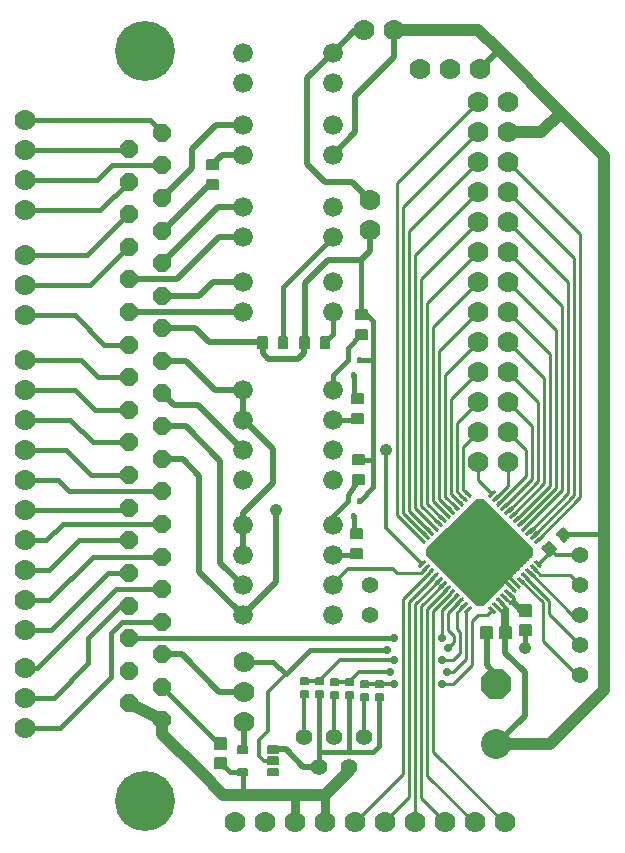
<source format=gtl>
G75*
%MOIN*%
%OFA0B0*%
%FSLAX24Y24*%
%IPPOS*%
%LPD*%
%AMOC8*
5,1,8,0,0,1.08239X$1,22.5*
%
%ADD10C,0.0060*%
%ADD11C,0.0061*%
%ADD12OC8,0.0600*%
%ADD13C,0.2000*%
%ADD14C,0.0660*%
%ADD15C,0.0059*%
%ADD16C,0.0700*%
%ADD17C,0.0060*%
%ADD18C,0.0060*%
%ADD19C,0.1000*%
%ADD20OC8,0.1000*%
%ADD21C,0.0560*%
%ADD22C,0.0059*%
%ADD23C,0.0050*%
%ADD24C,0.0100*%
%ADD25C,0.2400*%
%ADD26C,0.0160*%
%ADD27C,0.0200*%
%ADD28C,0.0410*%
%ADD29C,0.0400*%
%ADD30C,0.0300*%
%ADD31C,0.0000*%
%ADD32C,0.0001*%
%ADD33C,0.0110*%
%ADD34C,0.0120*%
%ADD35C,0.0180*%
%ADD36C,0.0290*%
%ADD37C,0.0140*%
D10*
X015241Y009981D02*
X015424Y010164D01*
X015241Y009981D02*
X015206Y010016D01*
X015389Y010199D01*
X015424Y010164D01*
X015300Y010040D02*
X015230Y010040D01*
X015289Y010099D02*
X015359Y010099D01*
X015348Y010158D02*
X015418Y010158D01*
X015563Y010024D02*
X015380Y009841D01*
X015345Y009876D01*
X015528Y010059D01*
X015563Y010024D01*
X015439Y009900D02*
X015369Y009900D01*
X015428Y009959D02*
X015498Y009959D01*
X015487Y010018D02*
X015557Y010018D01*
X015703Y009885D02*
X015520Y009702D01*
X015485Y009737D01*
X015668Y009920D01*
X015703Y009885D01*
X015579Y009761D02*
X015509Y009761D01*
X015568Y009820D02*
X015638Y009820D01*
X015627Y009879D02*
X015697Y009879D01*
X015842Y009746D02*
X015659Y009563D01*
X015624Y009598D01*
X015807Y009781D01*
X015842Y009746D01*
X015718Y009622D02*
X015648Y009622D01*
X015707Y009681D02*
X015777Y009681D01*
X015766Y009740D02*
X015836Y009740D01*
X015981Y009607D02*
X015798Y009424D01*
X015763Y009459D01*
X015946Y009642D01*
X015981Y009607D01*
X015857Y009483D02*
X015787Y009483D01*
X015846Y009542D02*
X015916Y009542D01*
X015905Y009601D02*
X015975Y009601D01*
X016120Y009468D02*
X015937Y009285D01*
X015902Y009320D01*
X016085Y009503D01*
X016120Y009468D01*
X015996Y009344D02*
X015926Y009344D01*
X015985Y009403D02*
X016055Y009403D01*
X016044Y009462D02*
X016114Y009462D01*
X016259Y009328D02*
X016076Y009145D01*
X016041Y009180D01*
X016224Y009363D01*
X016259Y009328D01*
X016135Y009204D02*
X016065Y009204D01*
X016124Y009263D02*
X016194Y009263D01*
X016183Y009322D02*
X016253Y009322D01*
X016399Y009189D02*
X016216Y009006D01*
X016181Y009041D01*
X016364Y009224D01*
X016399Y009189D01*
X016275Y009065D02*
X016205Y009065D01*
X016264Y009124D02*
X016334Y009124D01*
X016323Y009183D02*
X016393Y009183D01*
X016538Y009050D02*
X016355Y008867D01*
X016320Y008902D01*
X016503Y009085D01*
X016538Y009050D01*
X016414Y008926D02*
X016344Y008926D01*
X016403Y008985D02*
X016473Y008985D01*
X016462Y009044D02*
X016532Y009044D01*
X016677Y008911D02*
X016494Y008728D01*
X016459Y008763D01*
X016642Y008946D01*
X016677Y008911D01*
X016553Y008787D02*
X016483Y008787D01*
X016542Y008846D02*
X016612Y008846D01*
X016601Y008905D02*
X016671Y008905D01*
X016816Y008772D02*
X016633Y008589D01*
X016598Y008624D01*
X016781Y008807D01*
X016816Y008772D01*
X016692Y008648D02*
X016622Y008648D01*
X016681Y008707D02*
X016751Y008707D01*
X016740Y008766D02*
X016810Y008766D01*
X016955Y008632D02*
X016772Y008449D01*
X016737Y008484D01*
X016920Y008667D01*
X016955Y008632D01*
X016831Y008508D02*
X016761Y008508D01*
X016820Y008567D02*
X016890Y008567D01*
X016879Y008626D02*
X016949Y008626D01*
X017580Y008667D02*
X017763Y008484D01*
X017728Y008449D01*
X017545Y008632D01*
X017580Y008667D01*
X017669Y008508D02*
X017739Y008508D01*
X017680Y008567D02*
X017610Y008567D01*
X017621Y008626D02*
X017551Y008626D01*
X017719Y008807D02*
X017902Y008624D01*
X017867Y008589D01*
X017684Y008772D01*
X017719Y008807D01*
X017808Y008648D02*
X017878Y008648D01*
X017819Y008707D02*
X017749Y008707D01*
X017760Y008766D02*
X017690Y008766D01*
X017858Y008946D02*
X018041Y008763D01*
X018006Y008728D01*
X017823Y008911D01*
X017858Y008946D01*
X017947Y008787D02*
X018017Y008787D01*
X017958Y008846D02*
X017888Y008846D01*
X017899Y008905D02*
X017829Y008905D01*
X017997Y009085D02*
X018180Y008902D01*
X018145Y008867D01*
X017962Y009050D01*
X017997Y009085D01*
X018086Y008926D02*
X018156Y008926D01*
X018097Y008985D02*
X018027Y008985D01*
X018038Y009044D02*
X017968Y009044D01*
X018136Y009224D02*
X018319Y009041D01*
X018284Y009006D01*
X018101Y009189D01*
X018136Y009224D01*
X018225Y009065D02*
X018295Y009065D01*
X018236Y009124D02*
X018166Y009124D01*
X018177Y009183D02*
X018107Y009183D01*
X018276Y009363D02*
X018459Y009180D01*
X018424Y009145D01*
X018241Y009328D01*
X018276Y009363D01*
X018365Y009204D02*
X018435Y009204D01*
X018376Y009263D02*
X018306Y009263D01*
X018317Y009322D02*
X018247Y009322D01*
X018415Y009503D02*
X018598Y009320D01*
X018563Y009285D01*
X018380Y009468D01*
X018415Y009503D01*
X018504Y009344D02*
X018574Y009344D01*
X018515Y009403D02*
X018445Y009403D01*
X018456Y009462D02*
X018386Y009462D01*
X018554Y009642D02*
X018737Y009459D01*
X018702Y009424D01*
X018519Y009607D01*
X018554Y009642D01*
X018643Y009483D02*
X018713Y009483D01*
X018654Y009542D02*
X018584Y009542D01*
X018595Y009601D02*
X018525Y009601D01*
X018693Y009781D02*
X018876Y009598D01*
X018841Y009563D01*
X018658Y009746D01*
X018693Y009781D01*
X018782Y009622D02*
X018852Y009622D01*
X018793Y009681D02*
X018723Y009681D01*
X018734Y009740D02*
X018664Y009740D01*
X018832Y009920D02*
X019015Y009737D01*
X018980Y009702D01*
X018797Y009885D01*
X018832Y009920D01*
X018921Y009761D02*
X018991Y009761D01*
X018932Y009820D02*
X018862Y009820D01*
X018873Y009879D02*
X018803Y009879D01*
X018972Y010059D02*
X019155Y009876D01*
X019120Y009841D01*
X018937Y010024D01*
X018972Y010059D01*
X019061Y009900D02*
X019131Y009900D01*
X019072Y009959D02*
X019002Y009959D01*
X019013Y010018D02*
X018943Y010018D01*
X019111Y010199D02*
X019294Y010016D01*
X019259Y009981D01*
X019076Y010164D01*
X019111Y010199D01*
X019200Y010040D02*
X019270Y010040D01*
X019211Y010099D02*
X019141Y010099D01*
X019152Y010158D02*
X019082Y010158D01*
X019076Y010823D02*
X019259Y011006D01*
X019294Y010971D01*
X019111Y010788D01*
X019076Y010823D01*
X019100Y010847D02*
X019170Y010847D01*
X019159Y010906D02*
X019229Y010906D01*
X019218Y010965D02*
X019288Y010965D01*
X019120Y011145D02*
X018937Y010962D01*
X019120Y011145D02*
X019155Y011110D01*
X018972Y010927D01*
X018937Y010962D01*
X018961Y010986D02*
X019031Y010986D01*
X019020Y011045D02*
X019090Y011045D01*
X019079Y011104D02*
X019149Y011104D01*
X018980Y011284D02*
X018797Y011101D01*
X018980Y011284D02*
X019015Y011249D01*
X018832Y011066D01*
X018797Y011101D01*
X018821Y011125D02*
X018891Y011125D01*
X018880Y011184D02*
X018950Y011184D01*
X018939Y011243D02*
X019009Y011243D01*
X018841Y011423D02*
X018658Y011240D01*
X018841Y011423D02*
X018876Y011388D01*
X018693Y011205D01*
X018658Y011240D01*
X018682Y011264D02*
X018752Y011264D01*
X018741Y011323D02*
X018811Y011323D01*
X018800Y011382D02*
X018870Y011382D01*
X018702Y011563D02*
X018519Y011380D01*
X018702Y011563D02*
X018737Y011528D01*
X018554Y011345D01*
X018519Y011380D01*
X018543Y011404D02*
X018613Y011404D01*
X018602Y011463D02*
X018672Y011463D01*
X018661Y011522D02*
X018731Y011522D01*
X018563Y011702D02*
X018380Y011519D01*
X018563Y011702D02*
X018598Y011667D01*
X018415Y011484D01*
X018380Y011519D01*
X018404Y011543D02*
X018474Y011543D01*
X018463Y011602D02*
X018533Y011602D01*
X018522Y011661D02*
X018592Y011661D01*
X018424Y011841D02*
X018241Y011658D01*
X018424Y011841D02*
X018459Y011806D01*
X018276Y011623D01*
X018241Y011658D01*
X018265Y011682D02*
X018335Y011682D01*
X018324Y011741D02*
X018394Y011741D01*
X018383Y011800D02*
X018453Y011800D01*
X018284Y011980D02*
X018101Y011797D01*
X018284Y011980D02*
X018319Y011945D01*
X018136Y011762D01*
X018101Y011797D01*
X018125Y011821D02*
X018195Y011821D01*
X018184Y011880D02*
X018254Y011880D01*
X018243Y011939D02*
X018313Y011939D01*
X018145Y012119D02*
X017962Y011936D01*
X018145Y012119D02*
X018180Y012084D01*
X017997Y011901D01*
X017962Y011936D01*
X017986Y011960D02*
X018056Y011960D01*
X018045Y012019D02*
X018115Y012019D01*
X018104Y012078D02*
X018174Y012078D01*
X018006Y012259D02*
X017823Y012076D01*
X018006Y012259D02*
X018041Y012224D01*
X017858Y012041D01*
X017823Y012076D01*
X017847Y012100D02*
X017917Y012100D01*
X017906Y012159D02*
X017976Y012159D01*
X017965Y012218D02*
X018035Y012218D01*
X017867Y012398D02*
X017684Y012215D01*
X017867Y012398D02*
X017902Y012363D01*
X017719Y012180D01*
X017684Y012215D01*
X017708Y012239D02*
X017778Y012239D01*
X017767Y012298D02*
X017837Y012298D01*
X017826Y012357D02*
X017896Y012357D01*
X017728Y012537D02*
X017545Y012354D01*
X017728Y012537D02*
X017763Y012502D01*
X017580Y012319D01*
X017545Y012354D01*
X017569Y012378D02*
X017639Y012378D01*
X017628Y012437D02*
X017698Y012437D01*
X017687Y012496D02*
X017757Y012496D01*
X016920Y012319D02*
X016737Y012502D01*
X016772Y012537D01*
X016955Y012354D01*
X016920Y012319D01*
X016931Y012378D02*
X016861Y012378D01*
X016872Y012437D02*
X016802Y012437D01*
X016813Y012496D02*
X016743Y012496D01*
X016598Y012363D02*
X016781Y012180D01*
X016598Y012363D02*
X016633Y012398D01*
X016816Y012215D01*
X016781Y012180D01*
X016792Y012239D02*
X016722Y012239D01*
X016733Y012298D02*
X016663Y012298D01*
X016674Y012357D02*
X016604Y012357D01*
X016459Y012224D02*
X016642Y012041D01*
X016459Y012224D02*
X016494Y012259D01*
X016677Y012076D01*
X016642Y012041D01*
X016653Y012100D02*
X016583Y012100D01*
X016594Y012159D02*
X016524Y012159D01*
X016535Y012218D02*
X016465Y012218D01*
X016320Y012084D02*
X016503Y011901D01*
X016320Y012084D02*
X016355Y012119D01*
X016538Y011936D01*
X016503Y011901D01*
X016514Y011960D02*
X016444Y011960D01*
X016455Y012019D02*
X016385Y012019D01*
X016396Y012078D02*
X016326Y012078D01*
X016181Y011945D02*
X016364Y011762D01*
X016181Y011945D02*
X016216Y011980D01*
X016399Y011797D01*
X016364Y011762D01*
X016375Y011821D02*
X016305Y011821D01*
X016316Y011880D02*
X016246Y011880D01*
X016257Y011939D02*
X016187Y011939D01*
X016041Y011806D02*
X016224Y011623D01*
X016041Y011806D02*
X016076Y011841D01*
X016259Y011658D01*
X016224Y011623D01*
X016235Y011682D02*
X016165Y011682D01*
X016176Y011741D02*
X016106Y011741D01*
X016117Y011800D02*
X016047Y011800D01*
X015902Y011667D02*
X016085Y011484D01*
X015902Y011667D02*
X015937Y011702D01*
X016120Y011519D01*
X016085Y011484D01*
X016096Y011543D02*
X016026Y011543D01*
X016037Y011602D02*
X015967Y011602D01*
X015978Y011661D02*
X015908Y011661D01*
X015763Y011528D02*
X015946Y011345D01*
X015763Y011528D02*
X015798Y011563D01*
X015981Y011380D01*
X015946Y011345D01*
X015957Y011404D02*
X015887Y011404D01*
X015898Y011463D02*
X015828Y011463D01*
X015839Y011522D02*
X015769Y011522D01*
X015624Y011388D02*
X015807Y011205D01*
X015624Y011388D02*
X015659Y011423D01*
X015842Y011240D01*
X015807Y011205D01*
X015818Y011264D02*
X015748Y011264D01*
X015759Y011323D02*
X015689Y011323D01*
X015700Y011382D02*
X015630Y011382D01*
X015485Y011249D02*
X015668Y011066D01*
X015485Y011249D02*
X015520Y011284D01*
X015703Y011101D01*
X015668Y011066D01*
X015679Y011125D02*
X015609Y011125D01*
X015620Y011184D02*
X015550Y011184D01*
X015561Y011243D02*
X015491Y011243D01*
X015345Y011110D02*
X015528Y010927D01*
X015345Y011110D02*
X015380Y011145D01*
X015563Y010962D01*
X015528Y010927D01*
X015539Y010986D02*
X015469Y010986D01*
X015480Y011045D02*
X015410Y011045D01*
X015421Y011104D02*
X015351Y011104D01*
X015206Y010971D02*
X015389Y010788D01*
X015206Y010971D02*
X015241Y011006D01*
X015424Y010823D01*
X015389Y010788D01*
X015400Y010847D02*
X015330Y010847D01*
X015341Y010906D02*
X015271Y010906D01*
X015282Y010965D02*
X015212Y010965D01*
D11*
X017297Y007637D02*
X017645Y007637D01*
X017297Y007637D02*
X017297Y007997D01*
X017645Y007997D01*
X017645Y007637D01*
X017645Y007697D02*
X017297Y007697D01*
X017297Y007757D02*
X017645Y007757D01*
X017645Y007817D02*
X017297Y007817D01*
X017297Y007877D02*
X017645Y007877D01*
X017645Y007937D02*
X017297Y007937D01*
X017297Y007997D02*
X017645Y007997D01*
X017935Y007637D02*
X018283Y007637D01*
X017935Y007637D02*
X017935Y007997D01*
X018283Y007997D01*
X018283Y007637D01*
X018283Y007697D02*
X017935Y007697D01*
X017935Y007757D02*
X018283Y007757D01*
X018283Y007817D02*
X017935Y007817D01*
X017935Y007877D02*
X018283Y007877D01*
X018283Y007937D02*
X017935Y007937D01*
X017935Y007997D02*
X018283Y007997D01*
X018940Y008071D02*
X018940Y007723D01*
X018580Y007723D01*
X018580Y008071D01*
X018940Y008071D01*
X018940Y007783D02*
X018580Y007783D01*
X018580Y007843D02*
X018940Y007843D01*
X018940Y007903D02*
X018580Y007903D01*
X018580Y007963D02*
X018940Y007963D01*
X018940Y008023D02*
X018580Y008023D01*
X018940Y008362D02*
X018940Y008710D01*
X018940Y008362D02*
X018580Y008362D01*
X018580Y008710D01*
X018940Y008710D01*
X018940Y008422D02*
X018580Y008422D01*
X018580Y008482D02*
X018940Y008482D01*
X018940Y008542D02*
X018580Y008542D01*
X018580Y008602D02*
X018940Y008602D01*
X018940Y008662D02*
X018580Y008662D01*
X008420Y004280D02*
X008420Y003932D01*
X008420Y004280D02*
X008780Y004280D01*
X008780Y003932D01*
X008420Y003932D01*
X008420Y003992D02*
X008780Y003992D01*
X008780Y004052D02*
X008420Y004052D01*
X008420Y004112D02*
X008780Y004112D01*
X008780Y004172D02*
X008420Y004172D01*
X008420Y004232D02*
X008780Y004232D01*
X008420Y003641D02*
X008420Y003293D01*
X008420Y003641D02*
X008780Y003641D01*
X008780Y003293D01*
X008420Y003293D01*
X008420Y003353D02*
X008780Y003353D01*
X008780Y003413D02*
X008420Y003413D01*
X008420Y003473D02*
X008780Y003473D01*
X008780Y003533D02*
X008420Y003533D01*
X008420Y003593D02*
X008780Y003593D01*
D12*
X006660Y004907D03*
X006660Y005997D03*
X006660Y007077D03*
X006660Y008167D03*
X006660Y009257D03*
X006660Y010337D03*
X006660Y011427D03*
X006660Y012517D03*
X006660Y013597D03*
X006660Y014687D03*
X006660Y015777D03*
X006660Y016857D03*
X006660Y017947D03*
X006660Y019037D03*
X006660Y020127D03*
X006660Y021207D03*
X006660Y022297D03*
X006660Y023387D03*
X006660Y024467D03*
X005540Y023927D03*
X005540Y022837D03*
X005540Y021757D03*
X005540Y020667D03*
X005540Y019577D03*
X005540Y018497D03*
X005540Y017407D03*
X005540Y016317D03*
X005540Y015227D03*
X005540Y014147D03*
X005540Y013057D03*
X005540Y011967D03*
X005540Y010887D03*
X005540Y009797D03*
X005540Y008707D03*
X005540Y007627D03*
X005540Y006537D03*
X005540Y005447D03*
D13*
X006100Y002187D03*
X006100Y027187D03*
D14*
X009350Y027137D03*
X009350Y026137D03*
X009350Y024737D03*
X009350Y023737D03*
X009350Y021987D03*
X009350Y020987D03*
X009350Y019487D03*
X009350Y018487D03*
X009350Y015887D03*
X009350Y014887D03*
X009350Y013887D03*
X009350Y012887D03*
X009350Y011387D03*
X009350Y010387D03*
X009350Y009387D03*
X009350Y008387D03*
X012350Y008387D03*
X012350Y009387D03*
X012350Y010387D03*
X012350Y011387D03*
X012350Y012887D03*
X012350Y013887D03*
X012350Y014887D03*
X012350Y015887D03*
X012350Y018487D03*
X012350Y019487D03*
X012350Y020987D03*
X012350Y021987D03*
X012350Y023737D03*
X012350Y024737D03*
X012350Y026137D03*
X012350Y027137D03*
D15*
X008531Y023567D02*
X008531Y023275D01*
X008169Y023275D01*
X008169Y023567D01*
X008531Y023567D01*
X008531Y023333D02*
X008169Y023333D01*
X008169Y023391D02*
X008531Y023391D01*
X008531Y023449D02*
X008169Y023449D01*
X008169Y023507D02*
X008531Y023507D01*
X008531Y023565D02*
X008169Y023565D01*
X008531Y022898D02*
X008531Y022606D01*
X008169Y022606D01*
X008169Y022898D01*
X008531Y022898D01*
X008531Y022664D02*
X008169Y022664D01*
X008169Y022722D02*
X008531Y022722D01*
X008531Y022780D02*
X008169Y022780D01*
X008169Y022838D02*
X008531Y022838D01*
X008531Y022896D02*
X008169Y022896D01*
X009869Y017668D02*
X010161Y017668D01*
X010161Y017306D01*
X009869Y017306D01*
X009869Y017668D01*
X009869Y017364D02*
X010161Y017364D01*
X010161Y017422D02*
X009869Y017422D01*
X009869Y017480D02*
X010161Y017480D01*
X010161Y017538D02*
X009869Y017538D01*
X009869Y017596D02*
X010161Y017596D01*
X010161Y017654D02*
X009869Y017654D01*
X010539Y017668D02*
X010831Y017668D01*
X010831Y017306D01*
X010539Y017306D01*
X010539Y017668D01*
X010539Y017364D02*
X010831Y017364D01*
X010831Y017422D02*
X010539Y017422D01*
X010539Y017480D02*
X010831Y017480D01*
X010831Y017538D02*
X010539Y017538D01*
X010539Y017596D02*
X010831Y017596D01*
X010831Y017654D02*
X010539Y017654D01*
X011269Y017668D02*
X011561Y017668D01*
X011561Y017306D01*
X011269Y017306D01*
X011269Y017668D01*
X011269Y017364D02*
X011561Y017364D01*
X011561Y017422D02*
X011269Y017422D01*
X011269Y017480D02*
X011561Y017480D01*
X011561Y017538D02*
X011269Y017538D01*
X011269Y017596D02*
X011561Y017596D01*
X011561Y017654D02*
X011269Y017654D01*
X011939Y017668D02*
X012231Y017668D01*
X012231Y017306D01*
X011939Y017306D01*
X011939Y017668D01*
X011939Y017364D02*
X012231Y017364D01*
X012231Y017422D02*
X011939Y017422D01*
X011939Y017480D02*
X012231Y017480D01*
X012231Y017538D02*
X011939Y017538D01*
X011939Y017596D02*
X012231Y017596D01*
X012231Y017654D02*
X011939Y017654D01*
X013481Y017606D02*
X013481Y017898D01*
X013481Y017606D02*
X013119Y017606D01*
X013119Y017898D01*
X013481Y017898D01*
X013481Y017664D02*
X013119Y017664D01*
X013119Y017722D02*
X013481Y017722D01*
X013481Y017780D02*
X013119Y017780D01*
X013119Y017838D02*
X013481Y017838D01*
X013481Y017896D02*
X013119Y017896D01*
X013481Y018275D02*
X013481Y018567D01*
X013481Y018275D02*
X013119Y018275D01*
X013119Y018567D01*
X013481Y018567D01*
X013481Y018333D02*
X013119Y018333D01*
X013119Y018391D02*
X013481Y018391D01*
X013481Y018449D02*
X013119Y018449D01*
X013119Y018507D02*
X013481Y018507D01*
X013481Y018565D02*
X013119Y018565D01*
X012999Y015767D02*
X012999Y015475D01*
X012999Y015767D02*
X013361Y015767D01*
X013361Y015475D01*
X012999Y015475D01*
X012999Y015533D02*
X013361Y015533D01*
X013361Y015591D02*
X012999Y015591D01*
X012999Y015649D02*
X013361Y015649D01*
X013361Y015707D02*
X012999Y015707D01*
X012999Y015765D02*
X013361Y015765D01*
X012999Y015098D02*
X012999Y014806D01*
X012999Y015098D02*
X013361Y015098D01*
X013361Y014806D01*
X012999Y014806D01*
X012999Y014864D02*
X013361Y014864D01*
X013361Y014922D02*
X012999Y014922D01*
X012999Y014980D02*
X013361Y014980D01*
X013361Y015038D02*
X012999Y015038D01*
X012999Y015096D02*
X013361Y015096D01*
X013381Y013717D02*
X013381Y013425D01*
X013019Y013425D01*
X013019Y013717D01*
X013381Y013717D01*
X013381Y013483D02*
X013019Y013483D01*
X013019Y013541D02*
X013381Y013541D01*
X013381Y013599D02*
X013019Y013599D01*
X013019Y013657D02*
X013381Y013657D01*
X013381Y013715D02*
X013019Y013715D01*
X013381Y013048D02*
X013381Y012756D01*
X013019Y012756D01*
X013019Y013048D01*
X013381Y013048D01*
X013381Y012814D02*
X013019Y012814D01*
X013019Y012872D02*
X013381Y012872D01*
X013381Y012930D02*
X013019Y012930D01*
X013019Y012988D02*
X013381Y012988D01*
X013381Y013046D02*
X013019Y013046D01*
X012969Y011267D02*
X012969Y010975D01*
X012969Y011267D02*
X013331Y011267D01*
X013331Y010975D01*
X012969Y010975D01*
X012969Y011033D02*
X013331Y011033D01*
X013331Y011091D02*
X012969Y011091D01*
X012969Y011149D02*
X013331Y011149D01*
X013331Y011207D02*
X012969Y011207D01*
X012969Y011265D02*
X013331Y011265D01*
X012969Y010598D02*
X012969Y010306D01*
X012969Y010598D02*
X013331Y010598D01*
X013331Y010306D01*
X012969Y010306D01*
X012969Y010364D02*
X013331Y010364D01*
X013331Y010422D02*
X012969Y010422D01*
X012969Y010480D02*
X013331Y010480D01*
X013331Y010538D02*
X012969Y010538D01*
X012969Y010596D02*
X013331Y010596D01*
X019332Y010624D02*
X019539Y010831D01*
X019794Y010576D01*
X019587Y010369D01*
X019332Y010624D01*
X019529Y010427D02*
X019645Y010427D01*
X019703Y010485D02*
X019471Y010485D01*
X019413Y010543D02*
X019761Y010543D01*
X019769Y010601D02*
X019355Y010601D01*
X019367Y010659D02*
X019711Y010659D01*
X019653Y010717D02*
X019425Y010717D01*
X019483Y010775D02*
X019595Y010775D01*
X019806Y011097D02*
X020013Y011304D01*
X020268Y011049D01*
X020061Y010842D01*
X019806Y011097D01*
X020003Y010900D02*
X020119Y010900D01*
X020177Y010958D02*
X019945Y010958D01*
X019887Y011016D02*
X020235Y011016D01*
X020243Y011074D02*
X019829Y011074D01*
X019841Y011132D02*
X020185Y011132D01*
X020127Y011190D02*
X019899Y011190D01*
X019957Y011248D02*
X020069Y011248D01*
D16*
X002100Y004637D03*
X002100Y005637D03*
X002100Y006637D03*
X002100Y007887D03*
X002100Y008887D03*
X002100Y009887D03*
X002100Y010887D03*
X002100Y011887D03*
X002100Y012887D03*
X002100Y013887D03*
X002100Y014887D03*
X002100Y015887D03*
X002100Y016887D03*
X002100Y018387D03*
X002100Y019387D03*
X002100Y020387D03*
X002100Y021887D03*
X002100Y022887D03*
X002100Y023887D03*
X002100Y024887D03*
X013400Y027887D03*
X014400Y027887D03*
X015250Y026587D03*
X016250Y026587D03*
X017250Y026587D03*
X017200Y025487D03*
X018200Y025487D03*
X018200Y024487D03*
X018200Y023487D03*
X018200Y022487D03*
X017200Y022487D03*
X017200Y023487D03*
X017200Y024487D03*
X017200Y021487D03*
X017200Y020487D03*
X017200Y019487D03*
X018200Y019487D03*
X018200Y020487D03*
X018200Y021487D03*
X018200Y018487D03*
X018200Y017487D03*
X018200Y016487D03*
X017200Y016487D03*
X017200Y017487D03*
X017200Y018487D03*
X017200Y015487D03*
X017200Y014487D03*
X017200Y013487D03*
X018200Y013487D03*
X018200Y014487D03*
X018200Y015487D03*
X013600Y021237D03*
X013600Y022237D03*
X009400Y006837D03*
X009400Y005837D03*
X009400Y004837D03*
X009100Y001487D03*
X010100Y001487D03*
X011100Y001487D03*
X012100Y001487D03*
X013100Y001487D03*
X014100Y001487D03*
X015100Y001487D03*
X016100Y001487D03*
X017100Y001487D03*
X018100Y001487D03*
D17*
X013098Y011751D02*
X013002Y011751D01*
X013098Y011751D02*
X013098Y011611D01*
X013002Y011611D01*
X013002Y011751D01*
X013002Y011670D02*
X013098Y011670D01*
X013098Y011729D02*
X013002Y011729D01*
X012901Y012263D02*
X012805Y012263D01*
X012901Y012263D02*
X012901Y012123D01*
X012805Y012123D01*
X012805Y012263D01*
X012805Y012182D02*
X012901Y012182D01*
X012901Y012241D02*
X012805Y012241D01*
X013199Y012263D02*
X013295Y012263D01*
X013295Y012123D01*
X013199Y012123D01*
X013199Y012263D01*
X013199Y012182D02*
X013295Y012182D01*
X013295Y012241D02*
X013199Y012241D01*
X013098Y016451D02*
X013002Y016451D01*
X013098Y016451D02*
X013098Y016311D01*
X013002Y016311D01*
X013002Y016451D01*
X013002Y016370D02*
X013098Y016370D01*
X013098Y016429D02*
X013002Y016429D01*
X012901Y016963D02*
X012805Y016963D01*
X012901Y016963D02*
X012901Y016823D01*
X012805Y016823D01*
X012805Y016963D01*
X012805Y016882D02*
X012901Y016882D01*
X012901Y016941D02*
X012805Y016941D01*
X013199Y016963D02*
X013295Y016963D01*
X013295Y016823D01*
X013199Y016823D01*
X013199Y016963D01*
X013199Y016882D02*
X013295Y016882D01*
X013295Y016941D02*
X013199Y016941D01*
D18*
X010523Y004017D02*
X010523Y003805D01*
X010193Y003805D01*
X010193Y004017D01*
X010523Y004017D01*
X010523Y003864D02*
X010193Y003864D01*
X010193Y003923D02*
X010523Y003923D01*
X010523Y003982D02*
X010193Y003982D01*
X010523Y003643D02*
X010523Y003431D01*
X010193Y003431D01*
X010193Y003643D01*
X010523Y003643D01*
X010523Y003490D02*
X010193Y003490D01*
X010193Y003549D02*
X010523Y003549D01*
X010523Y003608D02*
X010193Y003608D01*
X010523Y003269D02*
X010523Y003057D01*
X010193Y003057D01*
X010193Y003269D01*
X010523Y003269D01*
X010523Y003116D02*
X010193Y003116D01*
X010193Y003175D02*
X010523Y003175D01*
X010523Y003234D02*
X010193Y003234D01*
X009503Y003269D02*
X009503Y003057D01*
X009173Y003057D01*
X009173Y003269D01*
X009503Y003269D01*
X009503Y003116D02*
X009173Y003116D01*
X009173Y003175D02*
X009503Y003175D01*
X009503Y003234D02*
X009173Y003234D01*
X009503Y003805D02*
X009503Y004017D01*
X009503Y003805D02*
X009173Y003805D01*
X009173Y004017D01*
X009503Y004017D01*
X009503Y003864D02*
X009173Y003864D01*
X009173Y003923D02*
X009503Y003923D01*
X009503Y003982D02*
X009173Y003982D01*
D19*
X017800Y004087D03*
D20*
X017800Y006087D03*
D21*
X020600Y006387D03*
X020600Y007387D03*
X020600Y008387D03*
X020600Y009387D03*
X020600Y010387D03*
X013600Y009387D03*
X013600Y008387D03*
X013400Y004337D03*
X012900Y003337D03*
X012400Y004337D03*
X011900Y003337D03*
X011400Y004337D03*
D22*
X011284Y005672D02*
X011284Y005868D01*
X011516Y005868D01*
X011516Y005672D01*
X011284Y005672D01*
X011284Y005730D02*
X011516Y005730D01*
X011516Y005788D02*
X011284Y005788D01*
X011284Y005846D02*
X011516Y005846D01*
X011284Y006106D02*
X011284Y006302D01*
X011516Y006302D01*
X011516Y006106D01*
X011284Y006106D01*
X011284Y006164D02*
X011516Y006164D01*
X011516Y006222D02*
X011284Y006222D01*
X011284Y006280D02*
X011516Y006280D01*
X012016Y006302D02*
X012016Y006106D01*
X011784Y006106D01*
X011784Y006302D01*
X012016Y006302D01*
X012016Y006164D02*
X011784Y006164D01*
X011784Y006222D02*
X012016Y006222D01*
X012016Y006280D02*
X011784Y006280D01*
X012016Y005868D02*
X012016Y005672D01*
X011784Y005672D01*
X011784Y005868D01*
X012016Y005868D01*
X012016Y005730D02*
X011784Y005730D01*
X011784Y005788D02*
X012016Y005788D01*
X012016Y005846D02*
X011784Y005846D01*
X012284Y005818D02*
X012284Y005622D01*
X012284Y005818D02*
X012516Y005818D01*
X012516Y005622D01*
X012284Y005622D01*
X012284Y005680D02*
X012516Y005680D01*
X012516Y005738D02*
X012284Y005738D01*
X012284Y005796D02*
X012516Y005796D01*
X012284Y006056D02*
X012284Y006252D01*
X012516Y006252D01*
X012516Y006056D01*
X012284Y006056D01*
X012284Y006114D02*
X012516Y006114D01*
X012516Y006172D02*
X012284Y006172D01*
X012284Y006230D02*
X012516Y006230D01*
X013016Y006252D02*
X013016Y006056D01*
X012784Y006056D01*
X012784Y006252D01*
X013016Y006252D01*
X013016Y006114D02*
X012784Y006114D01*
X012784Y006172D02*
X013016Y006172D01*
X013016Y006230D02*
X012784Y006230D01*
X013016Y005818D02*
X013016Y005622D01*
X012784Y005622D01*
X012784Y005818D01*
X013016Y005818D01*
X013016Y005680D02*
X012784Y005680D01*
X012784Y005738D02*
X013016Y005738D01*
X013016Y005796D02*
X012784Y005796D01*
X013284Y005768D02*
X013284Y005572D01*
X013284Y005768D02*
X013516Y005768D01*
X013516Y005572D01*
X013284Y005572D01*
X013284Y005630D02*
X013516Y005630D01*
X013516Y005688D02*
X013284Y005688D01*
X013284Y005746D02*
X013516Y005746D01*
X013284Y006006D02*
X013284Y006202D01*
X013516Y006202D01*
X013516Y006006D01*
X013284Y006006D01*
X013284Y006064D02*
X013516Y006064D01*
X013516Y006122D02*
X013284Y006122D01*
X013284Y006180D02*
X013516Y006180D01*
X014016Y006202D02*
X014016Y006006D01*
X013784Y006006D01*
X013784Y006202D01*
X014016Y006202D01*
X014016Y006064D02*
X013784Y006064D01*
X013784Y006122D02*
X014016Y006122D01*
X014016Y006180D02*
X013784Y006180D01*
X014016Y005768D02*
X014016Y005572D01*
X013784Y005572D01*
X013784Y005768D01*
X014016Y005768D01*
X014016Y005630D02*
X013784Y005630D01*
X013784Y005688D02*
X014016Y005688D01*
X014016Y005746D02*
X013784Y005746D01*
D23*
X016625Y009262D02*
X017875Y009262D01*
X017923Y009311D02*
X016577Y009311D01*
X016528Y009359D02*
X017972Y009359D01*
X018020Y009408D02*
X016480Y009408D01*
X016431Y009456D02*
X018069Y009456D01*
X018117Y009505D02*
X016383Y009505D01*
X016334Y009553D02*
X018166Y009553D01*
X018214Y009602D02*
X016286Y009602D01*
X016237Y009650D02*
X018263Y009650D01*
X018311Y009699D02*
X016189Y009699D01*
X016140Y009747D02*
X018360Y009747D01*
X018408Y009796D02*
X016092Y009796D01*
X016043Y009844D02*
X018457Y009844D01*
X018505Y009893D02*
X015995Y009893D01*
X015946Y009941D02*
X018554Y009941D01*
X018602Y009990D02*
X015898Y009990D01*
X015849Y010038D02*
X018651Y010038D01*
X018699Y010087D02*
X015801Y010087D01*
X015752Y010135D02*
X018748Y010135D01*
X018796Y010184D02*
X015704Y010184D01*
X015655Y010232D02*
X018845Y010232D01*
X018893Y010281D02*
X015607Y010281D01*
X015558Y010329D02*
X018942Y010329D01*
X018990Y010378D02*
X015510Y010378D01*
X015500Y010388D02*
X015500Y010588D01*
X017150Y012238D01*
X017350Y012238D01*
X019000Y010588D01*
X019000Y010388D01*
X017350Y008738D01*
X017150Y008738D01*
X015500Y010388D01*
X015500Y010426D02*
X019000Y010426D01*
X019000Y010475D02*
X015500Y010475D01*
X015500Y010523D02*
X019000Y010523D01*
X019000Y010572D02*
X015500Y010572D01*
X015533Y010620D02*
X018967Y010620D01*
X018919Y010669D02*
X015581Y010669D01*
X015630Y010717D02*
X018870Y010717D01*
X018822Y010766D02*
X015678Y010766D01*
X015727Y010814D02*
X018773Y010814D01*
X018725Y010863D02*
X015775Y010863D01*
X015824Y010911D02*
X018676Y010911D01*
X018628Y010960D02*
X015872Y010960D01*
X015921Y011008D02*
X018579Y011008D01*
X018531Y011057D02*
X015969Y011057D01*
X016018Y011105D02*
X018482Y011105D01*
X018434Y011154D02*
X016066Y011154D01*
X016115Y011202D02*
X018385Y011202D01*
X018337Y011251D02*
X016163Y011251D01*
X016212Y011299D02*
X018288Y011299D01*
X018240Y011348D02*
X016260Y011348D01*
X016309Y011396D02*
X018191Y011396D01*
X018143Y011445D02*
X016357Y011445D01*
X016406Y011493D02*
X018094Y011493D01*
X018046Y011542D02*
X016454Y011542D01*
X016503Y011590D02*
X017997Y011590D01*
X017949Y011639D02*
X016551Y011639D01*
X016600Y011687D02*
X017900Y011687D01*
X017852Y011736D02*
X016648Y011736D01*
X016697Y011784D02*
X017803Y011784D01*
X017755Y011833D02*
X016745Y011833D01*
X016794Y011881D02*
X017706Y011881D01*
X017658Y011930D02*
X016842Y011930D01*
X016891Y011978D02*
X017609Y011978D01*
X017561Y012027D02*
X016939Y012027D01*
X016988Y012075D02*
X017512Y012075D01*
X017464Y012124D02*
X017036Y012124D01*
X017085Y012172D02*
X017415Y012172D01*
X017367Y012221D02*
X017133Y012221D01*
X016674Y009214D02*
X017826Y009214D01*
X017778Y009165D02*
X016722Y009165D01*
X016771Y009117D02*
X017729Y009117D01*
X017681Y009068D02*
X016819Y009068D01*
X016868Y009020D02*
X017632Y009020D01*
X017584Y008971D02*
X016916Y008971D01*
X016965Y008923D02*
X017535Y008923D01*
X017487Y008874D02*
X017013Y008874D01*
X017062Y008826D02*
X017438Y008826D01*
X017390Y008777D02*
X017110Y008777D01*
D24*
X016846Y008558D02*
X016800Y008512D01*
X016800Y006937D01*
X016350Y006487D01*
X016150Y006487D01*
X016000Y006087D02*
X016350Y006087D01*
X017000Y006737D01*
X017000Y008187D01*
X017200Y008387D01*
X017482Y008387D01*
X017654Y008558D01*
X017793Y008698D02*
X017954Y008537D01*
X018000Y008537D01*
X018100Y008637D01*
X018100Y008669D01*
X017932Y008837D01*
X018071Y008976D02*
X018241Y008807D01*
X018280Y008807D01*
X018380Y008907D01*
X018380Y008947D01*
X018379Y008947D01*
X018210Y009115D01*
X018350Y009254D02*
X018016Y009588D01*
X018000Y009588D01*
X018150Y009732D02*
X018150Y009738D01*
X018150Y009732D02*
X018489Y009394D01*
X018628Y009533D02*
X019350Y008811D01*
X019350Y007537D01*
X020500Y006387D01*
X020600Y006387D01*
X020600Y007387D02*
X019570Y008417D01*
X019570Y008869D01*
X018767Y009672D01*
X018906Y009811D02*
X020331Y008387D01*
X020600Y008387D01*
X020600Y009387D02*
X020250Y009737D01*
X019259Y009737D01*
X019046Y009950D01*
X019185Y010090D02*
X019563Y010468D01*
X019563Y010600D01*
X019185Y010897D02*
X020600Y012312D01*
X020600Y021087D01*
X018200Y023487D01*
X018200Y022487D02*
X020400Y020287D01*
X020400Y012390D01*
X019046Y011036D01*
X018906Y011175D02*
X020200Y012469D01*
X020200Y019487D01*
X018200Y021487D01*
X018200Y020487D02*
X020000Y018687D01*
X020000Y012547D01*
X018767Y011314D01*
X018628Y011454D02*
X019800Y012626D01*
X019800Y017887D01*
X018200Y019487D01*
X017200Y019487D02*
X015700Y017987D01*
X015700Y012182D01*
X016150Y011732D01*
X016011Y011593D02*
X015500Y012104D01*
X015500Y018787D01*
X017200Y020487D01*
X017200Y021487D02*
X015300Y019587D01*
X015300Y012026D01*
X015872Y011454D01*
X015733Y011314D02*
X015100Y011947D01*
X015100Y020387D01*
X017200Y022487D01*
X017200Y023487D02*
X014900Y021187D01*
X014900Y011869D01*
X015594Y011175D01*
X015454Y011036D02*
X014700Y011790D01*
X014700Y021987D01*
X017200Y024487D01*
X017200Y025487D02*
X014500Y022787D01*
X014500Y011712D01*
X015315Y010897D01*
X015594Y009811D02*
X014700Y008918D01*
X014700Y003087D01*
X013100Y001487D01*
X014100Y001487D02*
X014100Y001537D01*
X014900Y002337D01*
X014900Y008839D01*
X015733Y009672D01*
X015872Y009533D02*
X015100Y008761D01*
X015100Y001487D01*
X015300Y002287D02*
X016100Y001487D01*
X015300Y002287D02*
X015300Y008682D01*
X016011Y009394D01*
X016150Y009254D02*
X015500Y008604D01*
X015500Y003037D01*
X017050Y001487D01*
X017100Y001487D01*
X018050Y001487D02*
X018100Y001487D01*
X018050Y001487D02*
X015700Y003837D01*
X015700Y008526D01*
X016290Y009115D01*
X016429Y008976D02*
X016000Y008547D01*
X016000Y007637D01*
X016200Y007887D02*
X016400Y007687D01*
X016400Y007487D01*
X016200Y007287D01*
X016350Y006887D02*
X016600Y007137D01*
X016600Y007837D01*
X016500Y007937D01*
X016500Y008490D01*
X016707Y008698D01*
X016568Y008837D02*
X016200Y008469D01*
X016200Y007887D01*
X016350Y006887D02*
X016000Y006887D01*
X013150Y011121D02*
X013050Y011121D01*
X013685Y013571D02*
X013700Y013587D01*
X013180Y015621D02*
X013050Y015621D01*
X013700Y016887D02*
X013694Y016893D01*
X013465Y018421D02*
X013300Y018421D01*
X015900Y017187D02*
X017200Y018487D01*
X017200Y017487D02*
X016100Y016387D01*
X016100Y012339D01*
X016429Y012010D01*
X016290Y011871D02*
X015900Y012261D01*
X015900Y017187D01*
X017200Y016487D02*
X016300Y015587D01*
X016300Y012418D01*
X016568Y012150D01*
X016707Y012289D02*
X016500Y012496D01*
X016500Y014787D01*
X017200Y015487D01*
X017200Y014487D02*
X016700Y013987D01*
X016700Y012574D01*
X016846Y012428D01*
X017200Y012882D02*
X017200Y013487D01*
X017200Y012882D02*
X017654Y012428D01*
X017793Y012289D02*
X018200Y012696D01*
X018200Y013487D01*
X018800Y013887D02*
X018800Y013018D01*
X017932Y012150D01*
X018071Y012010D02*
X019000Y012939D01*
X019000Y014687D01*
X018200Y015487D01*
X018200Y014487D02*
X018800Y013887D01*
X019200Y012861D02*
X019200Y015487D01*
X018200Y016487D01*
X018200Y017487D02*
X019400Y016287D01*
X019400Y012782D01*
X018350Y011732D01*
X018489Y011593D02*
X019600Y012704D01*
X019600Y017087D01*
X018200Y018487D01*
X019200Y012861D02*
X018210Y011871D01*
D25*
X017251Y010502D03*
D26*
X018760Y007897D02*
X018760Y007307D01*
X020050Y011087D02*
X021400Y011087D01*
X014400Y007637D02*
X014390Y007627D01*
X005540Y007627D01*
X005330Y008167D02*
X004950Y007787D01*
X004950Y006337D01*
X003250Y004637D01*
X002100Y004637D01*
X002100Y005637D02*
X003050Y005637D01*
X004200Y006787D01*
X004200Y007637D01*
X005250Y008687D01*
X005520Y008687D01*
X005540Y008707D01*
X005120Y009257D02*
X002500Y006637D01*
X002100Y006637D01*
X002100Y007887D02*
X002950Y007887D01*
X004860Y009797D01*
X005540Y009797D01*
X005120Y009257D02*
X006660Y009257D01*
X006660Y008167D02*
X005330Y008167D01*
X004350Y010337D02*
X002900Y008887D01*
X002100Y008887D01*
X002100Y009887D02*
X002900Y009887D01*
X003900Y010887D01*
X005540Y010887D01*
X005460Y011887D02*
X005540Y011967D01*
X005460Y011887D02*
X002100Y011887D01*
X002100Y010887D02*
X002800Y010887D01*
X003340Y011427D01*
X006660Y011427D01*
X006660Y012517D02*
X003570Y012517D01*
X003200Y012887D01*
X002100Y012887D01*
X002100Y013887D02*
X003450Y013887D01*
X004280Y013057D01*
X005540Y013057D01*
X005540Y014147D02*
X004340Y014147D01*
X003600Y014887D01*
X002100Y014887D01*
X002100Y015887D02*
X003750Y015887D01*
X004410Y015227D01*
X005540Y015227D01*
X005540Y016317D02*
X004520Y016317D01*
X003950Y016887D01*
X002100Y016887D01*
X002100Y018387D02*
X003750Y018387D01*
X004730Y017407D01*
X005540Y017407D01*
X004250Y019387D02*
X002100Y019387D01*
X002100Y020387D02*
X004150Y020387D01*
X005520Y021757D01*
X005540Y021757D01*
X004600Y021887D02*
X002100Y021887D01*
X002100Y022887D02*
X004500Y022887D01*
X005000Y023387D01*
X006660Y023387D01*
X006660Y024467D02*
X006240Y024887D01*
X002100Y024887D01*
X002100Y023887D02*
X005500Y023887D01*
X005540Y023927D01*
X005540Y022837D02*
X005540Y022827D01*
X004600Y021887D01*
X005530Y020667D02*
X004250Y019387D01*
X005530Y020667D02*
X005540Y020667D01*
X006660Y021207D02*
X006680Y021187D01*
X006700Y021187D01*
X008265Y022752D02*
X008350Y022752D01*
X010700Y019337D02*
X012350Y020987D01*
X010700Y019337D02*
X010700Y017502D01*
X010685Y017487D01*
X011400Y017471D02*
X011415Y017487D01*
X012085Y017487D02*
X012350Y017752D01*
X012350Y018487D01*
X013300Y017752D02*
X012853Y017305D01*
X012853Y016893D01*
X012350Y016389D01*
X012350Y015887D01*
X013050Y015621D02*
X013050Y016381D01*
X013247Y016893D02*
X013694Y016893D01*
X013700Y016887D02*
X013700Y013587D01*
X013700Y012646D01*
X013247Y012193D01*
X012853Y012193D02*
X012853Y012405D01*
X013200Y012902D01*
X013200Y013571D02*
X013685Y013571D01*
X013200Y014887D02*
X013180Y014952D01*
X013200Y014887D02*
X012350Y014887D01*
X013700Y016887D02*
X013700Y018187D01*
X013465Y018421D01*
X009400Y014887D02*
X009350Y014887D01*
X009320Y014857D01*
X012350Y011689D02*
X012350Y011387D01*
X012350Y011689D02*
X012853Y012193D01*
X013050Y011681D02*
X013050Y011121D01*
X013150Y010452D02*
X013150Y010387D01*
X012350Y010387D01*
X011600Y007237D02*
X010775Y006412D01*
X010350Y006837D01*
X009400Y006837D01*
X011600Y007237D02*
X014150Y007237D01*
X012900Y005720D02*
X012900Y003837D01*
X011900Y003837D01*
X011900Y003337D01*
X011900Y003837D02*
X011900Y005770D01*
X012900Y003837D02*
X013700Y003837D01*
X013900Y004037D01*
X013900Y005670D01*
X009338Y003163D02*
X009338Y002448D01*
X009400Y002387D01*
X009338Y003163D02*
X008905Y003163D01*
X008600Y003467D01*
X008600Y004057D02*
X006660Y005997D01*
X008600Y004106D02*
X008600Y004057D01*
X007988Y003125D02*
X007975Y003112D01*
X006660Y010337D02*
X004350Y010337D01*
D27*
X006660Y013597D02*
X007340Y013597D01*
X007900Y013037D01*
X007900Y009837D01*
X009350Y008387D01*
X010450Y009487D01*
X010450Y011887D01*
X010350Y012787D02*
X009350Y011787D01*
X009350Y011387D01*
X009350Y010387D01*
X008600Y010137D02*
X009350Y009387D01*
X008600Y010137D02*
X008600Y013537D01*
X007450Y014687D01*
X006660Y014687D01*
X007050Y015387D02*
X007850Y015387D01*
X009350Y013887D01*
X009350Y014887D02*
X009350Y015887D01*
X008430Y015887D01*
X007460Y016857D01*
X006660Y016857D01*
X006660Y015777D02*
X007050Y015387D01*
X008220Y017487D02*
X007760Y017947D01*
X006660Y017947D01*
X007110Y018497D02*
X007170Y018487D01*
X009350Y018487D01*
X010015Y017487D02*
X008220Y017487D01*
X007110Y018497D02*
X005540Y018497D01*
X005540Y019577D02*
X007140Y019577D01*
X008550Y020987D01*
X009350Y020987D01*
X009350Y021987D02*
X008520Y021987D01*
X006660Y020127D01*
X006700Y021187D02*
X008265Y022752D01*
X008350Y023421D02*
X008665Y023737D01*
X009350Y023737D01*
X009350Y024737D02*
X008450Y024737D01*
X007650Y023937D01*
X007650Y023287D01*
X006660Y022297D01*
X008350Y019487D02*
X009350Y019487D01*
X008350Y019487D02*
X007900Y019037D01*
X006660Y019037D01*
X010015Y017487D02*
X010015Y017121D01*
X010200Y016937D01*
X011200Y016937D01*
X011400Y017137D01*
X011400Y017471D01*
X011415Y017487D02*
X011415Y019452D01*
X012200Y020237D01*
X013300Y020237D01*
X013600Y020537D01*
X013600Y021237D01*
X013600Y022237D02*
X013000Y022837D01*
X012100Y022837D01*
X011500Y023437D01*
X011500Y026287D01*
X012350Y027137D01*
X013100Y027887D01*
X013400Y027887D01*
X014400Y027887D02*
X014400Y026987D01*
X013100Y025687D01*
X013100Y024487D01*
X012350Y023737D01*
X012356Y023731D01*
X017250Y026587D02*
X017875Y027212D01*
X009400Y014887D02*
X010350Y013937D01*
X010350Y012787D01*
X007310Y007077D02*
X006660Y007077D01*
X007310Y007077D02*
X008550Y005837D01*
X009400Y005837D01*
X009400Y004837D02*
X009400Y003911D01*
X009338Y003911D01*
X009338Y003163D02*
X009338Y003125D01*
X010358Y003911D02*
X010776Y003911D01*
X011350Y003337D01*
X011900Y003337D01*
X017471Y006716D02*
X017800Y006387D01*
X017800Y006087D01*
X017471Y006716D02*
X017471Y007817D01*
X018100Y007787D02*
X018100Y007137D01*
X018750Y006487D01*
X018750Y005037D01*
X017800Y004087D01*
D28*
X018760Y007307D03*
X014120Y013887D03*
X010450Y011887D03*
D29*
X006660Y004907D02*
X005540Y005447D01*
X006660Y004907D02*
X006650Y004437D01*
X007975Y003112D01*
X008700Y002387D01*
X009400Y002387D01*
X011100Y002387D01*
X012100Y002387D01*
X012900Y003187D01*
X012900Y003337D01*
X012900Y003287D01*
X017800Y004087D02*
X019600Y004087D01*
X021400Y005887D01*
X021400Y011087D01*
X021400Y023687D01*
X019950Y025137D01*
X017875Y027212D01*
X017200Y027887D01*
X014400Y027887D01*
X018200Y024487D02*
X019300Y024487D01*
X019950Y025137D01*
D30*
X020050Y011087D02*
X020037Y011073D01*
X012100Y002387D02*
X012100Y001487D01*
X011100Y001487D02*
X011100Y002387D01*
D31*
X017950Y007987D02*
X018200Y007987D01*
X018200Y008587D01*
X018100Y008687D01*
X017950Y008487D01*
X017950Y007987D01*
X018109Y007817D02*
X018000Y008537D01*
X018250Y008837D02*
X018600Y008437D01*
X018800Y008537D01*
X018350Y008937D01*
X018250Y008837D01*
X018380Y008907D02*
X018760Y008536D01*
D32*
X018768Y008521D02*
X018527Y008521D01*
X018527Y008520D02*
X018766Y008520D01*
X018764Y008519D02*
X018528Y008519D01*
X018529Y008518D02*
X018762Y008518D01*
X018760Y008517D02*
X018530Y008517D01*
X018531Y008516D02*
X018758Y008516D01*
X018756Y008515D02*
X018532Y008515D01*
X018533Y008514D02*
X018754Y008514D01*
X018752Y008513D02*
X018534Y008513D01*
X018534Y008512D02*
X018750Y008512D01*
X018748Y008511D02*
X018535Y008511D01*
X018536Y008510D02*
X018746Y008510D01*
X018744Y008509D02*
X018537Y008509D01*
X018538Y008508D02*
X018742Y008508D01*
X018740Y008507D02*
X018539Y008507D01*
X018540Y008506D02*
X018738Y008506D01*
X018736Y008505D02*
X018540Y008505D01*
X018541Y008504D02*
X018734Y008504D01*
X018732Y008503D02*
X018542Y008503D01*
X018543Y008502D02*
X018730Y008502D01*
X018728Y008501D02*
X018544Y008501D01*
X018545Y008500D02*
X018726Y008500D01*
X018724Y008499D02*
X018546Y008499D01*
X018547Y008498D02*
X018722Y008498D01*
X018720Y008497D02*
X018547Y008497D01*
X018548Y008496D02*
X018718Y008496D01*
X018716Y008495D02*
X018549Y008495D01*
X018550Y008494D02*
X018714Y008494D01*
X018712Y008493D02*
X018551Y008493D01*
X018552Y008492D02*
X018710Y008492D01*
X018708Y008491D02*
X018553Y008491D01*
X018554Y008490D02*
X018706Y008490D01*
X018704Y008489D02*
X018554Y008489D01*
X018555Y008488D02*
X018702Y008488D01*
X018700Y008487D02*
X018556Y008487D01*
X018557Y008486D02*
X018698Y008486D01*
X018696Y008485D02*
X018558Y008485D01*
X018559Y008484D02*
X018694Y008484D01*
X018692Y008483D02*
X018560Y008483D01*
X018561Y008482D02*
X018690Y008482D01*
X018688Y008481D02*
X018561Y008481D01*
X018562Y008480D02*
X018686Y008480D01*
X018684Y008479D02*
X018563Y008479D01*
X018564Y008478D02*
X018682Y008478D01*
X018680Y008477D02*
X018565Y008477D01*
X018566Y008476D02*
X018678Y008476D01*
X018676Y008475D02*
X018567Y008475D01*
X018568Y008474D02*
X018674Y008474D01*
X018672Y008473D02*
X018568Y008473D01*
X018569Y008472D02*
X018670Y008472D01*
X018668Y008471D02*
X018570Y008471D01*
X018571Y008470D02*
X018666Y008470D01*
X018664Y008469D02*
X018572Y008469D01*
X018573Y008468D02*
X018662Y008468D01*
X018660Y008467D02*
X018574Y008467D01*
X018575Y008466D02*
X018658Y008466D01*
X018656Y008465D02*
X018575Y008465D01*
X018576Y008464D02*
X018654Y008464D01*
X018652Y008463D02*
X018577Y008463D01*
X018578Y008462D02*
X018650Y008462D01*
X018648Y008461D02*
X018579Y008461D01*
X018580Y008460D02*
X018646Y008460D01*
X018644Y008459D02*
X018581Y008459D01*
X018582Y008458D02*
X018642Y008458D01*
X018640Y008457D02*
X018582Y008457D01*
X018583Y008456D02*
X018638Y008456D01*
X018636Y008455D02*
X018584Y008455D01*
X018585Y008454D02*
X018634Y008454D01*
X018632Y008453D02*
X018586Y008453D01*
X018587Y008452D02*
X018630Y008452D01*
X018628Y008451D02*
X018588Y008451D01*
X018589Y008450D02*
X018626Y008450D01*
X018624Y008449D02*
X018589Y008449D01*
X018590Y008448D02*
X018622Y008448D01*
X018620Y008447D02*
X018591Y008447D01*
X018592Y008446D02*
X018618Y008446D01*
X018616Y008445D02*
X018593Y008445D01*
X018594Y008444D02*
X018614Y008444D01*
X018612Y008443D02*
X018595Y008443D01*
X018596Y008442D02*
X018610Y008442D01*
X018608Y008441D02*
X018596Y008441D01*
X018597Y008440D02*
X018606Y008440D01*
X018604Y008439D02*
X018598Y008439D01*
X018599Y008438D02*
X018602Y008438D01*
X018600Y008437D02*
X018600Y008437D01*
X018526Y008522D02*
X018770Y008522D01*
X018772Y008523D02*
X018525Y008523D01*
X018524Y008524D02*
X018774Y008524D01*
X018776Y008525D02*
X018523Y008525D01*
X018522Y008526D02*
X018778Y008526D01*
X018780Y008527D02*
X018521Y008527D01*
X018520Y008528D02*
X018782Y008528D01*
X018784Y008529D02*
X018520Y008529D01*
X018519Y008530D02*
X018786Y008530D01*
X018788Y008531D02*
X018518Y008531D01*
X018517Y008532D02*
X018790Y008532D01*
X018792Y008533D02*
X018516Y008533D01*
X018515Y008534D02*
X018794Y008534D01*
X018796Y008535D02*
X018514Y008535D01*
X018513Y008536D02*
X018798Y008536D01*
X018799Y008538D02*
X018512Y008538D01*
X018511Y008539D02*
X018798Y008539D01*
X018797Y008540D02*
X018510Y008540D01*
X018509Y008541D02*
X018796Y008541D01*
X018794Y008542D02*
X018508Y008542D01*
X018507Y008543D02*
X018793Y008543D01*
X018792Y008544D02*
X018506Y008544D01*
X018506Y008545D02*
X018791Y008545D01*
X018790Y008546D02*
X018505Y008546D01*
X018504Y008547D02*
X018789Y008547D01*
X018788Y008548D02*
X018503Y008548D01*
X018502Y008549D02*
X018787Y008549D01*
X018785Y008550D02*
X018501Y008550D01*
X018500Y008551D02*
X018784Y008551D01*
X018783Y008552D02*
X018499Y008552D01*
X018499Y008553D02*
X018782Y008553D01*
X018781Y008554D02*
X018498Y008554D01*
X018497Y008555D02*
X018780Y008555D01*
X018779Y008556D02*
X018496Y008556D01*
X018495Y008557D02*
X018778Y008557D01*
X018776Y008558D02*
X018494Y008558D01*
X018493Y008559D02*
X018775Y008559D01*
X018774Y008560D02*
X018492Y008560D01*
X018492Y008561D02*
X018773Y008561D01*
X018772Y008562D02*
X018491Y008562D01*
X018490Y008563D02*
X018771Y008563D01*
X018770Y008564D02*
X018489Y008564D01*
X018488Y008565D02*
X018769Y008565D01*
X018767Y008566D02*
X018487Y008566D01*
X018486Y008567D02*
X018766Y008567D01*
X018765Y008568D02*
X018485Y008568D01*
X018485Y008569D02*
X018764Y008569D01*
X018763Y008570D02*
X018484Y008570D01*
X018483Y008571D02*
X018762Y008571D01*
X018761Y008572D02*
X018482Y008572D01*
X018481Y008573D02*
X018760Y008573D01*
X018758Y008574D02*
X018480Y008574D01*
X018479Y008575D02*
X018757Y008575D01*
X018756Y008576D02*
X018478Y008576D01*
X018478Y008577D02*
X018755Y008577D01*
X018754Y008578D02*
X018477Y008578D01*
X018476Y008579D02*
X018753Y008579D01*
X018752Y008580D02*
X018475Y008580D01*
X018474Y008581D02*
X018751Y008581D01*
X018749Y008582D02*
X018473Y008582D01*
X018472Y008583D02*
X018748Y008583D01*
X018747Y008584D02*
X018471Y008584D01*
X018471Y008585D02*
X018746Y008585D01*
X018745Y008586D02*
X018470Y008586D01*
X018469Y008587D02*
X018744Y008587D01*
X018743Y008588D02*
X018468Y008588D01*
X018467Y008589D02*
X018742Y008589D01*
X018740Y008590D02*
X018466Y008590D01*
X018465Y008591D02*
X018739Y008591D01*
X018738Y008592D02*
X018464Y008592D01*
X018464Y008593D02*
X018737Y008593D01*
X018736Y008594D02*
X018463Y008594D01*
X018462Y008595D02*
X018735Y008595D01*
X018734Y008596D02*
X018461Y008596D01*
X018460Y008597D02*
X018733Y008597D01*
X018731Y008598D02*
X018459Y008598D01*
X018458Y008599D02*
X018730Y008599D01*
X018729Y008600D02*
X018457Y008600D01*
X018457Y008601D02*
X018728Y008601D01*
X018727Y008602D02*
X018456Y008602D01*
X018455Y008603D02*
X018726Y008603D01*
X018725Y008604D02*
X018454Y008604D01*
X018453Y008605D02*
X018724Y008605D01*
X018722Y008606D02*
X018452Y008606D01*
X018451Y008607D02*
X018721Y008607D01*
X018720Y008608D02*
X018450Y008608D01*
X018450Y008609D02*
X018719Y008609D01*
X018718Y008610D02*
X018449Y008610D01*
X018448Y008611D02*
X018717Y008611D01*
X018716Y008612D02*
X018447Y008612D01*
X018446Y008613D02*
X018715Y008613D01*
X018713Y008614D02*
X018445Y008614D01*
X018444Y008615D02*
X018712Y008615D01*
X018711Y008616D02*
X018443Y008616D01*
X018443Y008617D02*
X018710Y008617D01*
X018709Y008618D02*
X018442Y008618D01*
X018441Y008619D02*
X018708Y008619D01*
X018707Y008620D02*
X018440Y008620D01*
X018439Y008621D02*
X018706Y008621D01*
X018705Y008622D02*
X018438Y008622D01*
X018437Y008623D02*
X018703Y008623D01*
X018702Y008624D02*
X018436Y008624D01*
X018436Y008625D02*
X018701Y008625D01*
X018700Y008626D02*
X018435Y008626D01*
X018434Y008627D02*
X018699Y008627D01*
X018698Y008628D02*
X018433Y008628D01*
X018432Y008629D02*
X018697Y008629D01*
X018696Y008630D02*
X018431Y008630D01*
X018430Y008631D02*
X018694Y008631D01*
X018693Y008632D02*
X018429Y008632D01*
X018429Y008633D02*
X018692Y008633D01*
X018691Y008634D02*
X018428Y008634D01*
X018427Y008635D02*
X018690Y008635D01*
X018689Y008636D02*
X018426Y008636D01*
X018425Y008637D02*
X018688Y008637D01*
X018687Y008638D02*
X018424Y008638D01*
X018423Y008639D02*
X018685Y008639D01*
X018684Y008640D02*
X018422Y008640D01*
X018422Y008641D02*
X018683Y008641D01*
X018682Y008642D02*
X018421Y008642D01*
X018420Y008643D02*
X018681Y008643D01*
X018680Y008644D02*
X018419Y008644D01*
X018418Y008645D02*
X018679Y008645D01*
X018678Y008646D02*
X018417Y008646D01*
X018416Y008647D02*
X018676Y008647D01*
X018675Y008648D02*
X018415Y008648D01*
X018415Y008649D02*
X018674Y008649D01*
X018673Y008650D02*
X018414Y008650D01*
X018413Y008651D02*
X018672Y008651D01*
X018671Y008652D02*
X018412Y008652D01*
X018411Y008653D02*
X018670Y008653D01*
X018669Y008654D02*
X018410Y008654D01*
X018409Y008655D02*
X018667Y008655D01*
X018666Y008656D02*
X018409Y008656D01*
X018408Y008657D02*
X018665Y008657D01*
X018664Y008658D02*
X018407Y008658D01*
X018406Y008659D02*
X018663Y008659D01*
X018662Y008660D02*
X018405Y008660D01*
X018404Y008661D02*
X018661Y008661D01*
X018660Y008662D02*
X018403Y008662D01*
X018402Y008663D02*
X018658Y008663D01*
X018657Y008664D02*
X018402Y008664D01*
X018401Y008665D02*
X018656Y008665D01*
X018655Y008666D02*
X018400Y008666D01*
X018399Y008667D02*
X018654Y008667D01*
X018653Y008668D02*
X018398Y008668D01*
X018397Y008669D02*
X018652Y008669D01*
X018651Y008670D02*
X018396Y008670D01*
X018395Y008671D02*
X018649Y008671D01*
X018648Y008672D02*
X018395Y008672D01*
X018394Y008673D02*
X018647Y008673D01*
X018646Y008674D02*
X018393Y008674D01*
X018392Y008675D02*
X018645Y008675D01*
X018644Y008675D02*
X018391Y008675D01*
X018390Y008676D02*
X018643Y008676D01*
X018642Y008677D02*
X018389Y008677D01*
X018388Y008678D02*
X018640Y008678D01*
X018639Y008679D02*
X018388Y008679D01*
X018387Y008680D02*
X018638Y008680D01*
X018637Y008681D02*
X018386Y008681D01*
X018385Y008682D02*
X018636Y008682D01*
X018635Y008683D02*
X018384Y008683D01*
X018383Y008684D02*
X018634Y008684D01*
X018633Y008685D02*
X018382Y008685D01*
X018381Y008686D02*
X018631Y008686D01*
X018630Y008687D02*
X018381Y008687D01*
X018380Y008688D02*
X018629Y008688D01*
X018628Y008689D02*
X018379Y008689D01*
X018378Y008690D02*
X018627Y008690D01*
X018626Y008691D02*
X018377Y008691D01*
X018376Y008692D02*
X018625Y008692D01*
X018624Y008693D02*
X018375Y008693D01*
X018374Y008694D02*
X018622Y008694D01*
X018621Y008695D02*
X018374Y008695D01*
X018373Y008696D02*
X018620Y008696D01*
X018619Y008697D02*
X018372Y008697D01*
X018371Y008698D02*
X018618Y008698D01*
X018617Y008699D02*
X018370Y008699D01*
X018369Y008700D02*
X018616Y008700D01*
X018615Y008701D02*
X018368Y008701D01*
X018367Y008702D02*
X018613Y008702D01*
X018612Y008703D02*
X018367Y008703D01*
X018366Y008704D02*
X018611Y008704D01*
X018610Y008705D02*
X018365Y008705D01*
X018364Y008706D02*
X018609Y008706D01*
X018608Y008707D02*
X018363Y008707D01*
X018362Y008708D02*
X018607Y008708D01*
X018606Y008709D02*
X018361Y008709D01*
X018360Y008710D02*
X018604Y008710D01*
X018603Y008711D02*
X018360Y008711D01*
X018359Y008712D02*
X018602Y008712D01*
X018601Y008713D02*
X018358Y008713D01*
X018357Y008714D02*
X018600Y008714D01*
X018599Y008715D02*
X018356Y008715D01*
X018355Y008716D02*
X018598Y008716D01*
X018597Y008717D02*
X018354Y008717D01*
X018353Y008718D02*
X018595Y008718D01*
X018594Y008719D02*
X018353Y008719D01*
X018352Y008720D02*
X018593Y008720D01*
X018592Y008721D02*
X018351Y008721D01*
X018350Y008722D02*
X018591Y008722D01*
X018590Y008723D02*
X018349Y008723D01*
X018348Y008724D02*
X018589Y008724D01*
X018588Y008725D02*
X018347Y008725D01*
X018346Y008726D02*
X018586Y008726D01*
X018585Y008727D02*
X018346Y008727D01*
X018345Y008728D02*
X018584Y008728D01*
X018583Y008729D02*
X018344Y008729D01*
X018343Y008730D02*
X018582Y008730D01*
X018581Y008731D02*
X018342Y008731D01*
X018341Y008732D02*
X018580Y008732D01*
X018579Y008733D02*
X018340Y008733D01*
X018339Y008734D02*
X018578Y008734D01*
X018576Y008735D02*
X018339Y008735D01*
X018338Y008736D02*
X018575Y008736D01*
X018574Y008737D02*
X018337Y008737D01*
X018336Y008738D02*
X018573Y008738D01*
X018572Y008739D02*
X018335Y008739D01*
X018334Y008740D02*
X018571Y008740D01*
X018570Y008741D02*
X018333Y008741D01*
X018332Y008742D02*
X018569Y008742D01*
X018567Y008743D02*
X018332Y008743D01*
X018331Y008744D02*
X018566Y008744D01*
X018565Y008745D02*
X018330Y008745D01*
X018329Y008746D02*
X018564Y008746D01*
X018563Y008747D02*
X018328Y008747D01*
X018327Y008748D02*
X018562Y008748D01*
X018561Y008749D02*
X018326Y008749D01*
X018325Y008750D02*
X018560Y008750D01*
X018558Y008751D02*
X018325Y008751D01*
X018324Y008752D02*
X018557Y008752D01*
X018556Y008753D02*
X018323Y008753D01*
X018322Y008754D02*
X018555Y008754D01*
X018554Y008755D02*
X018321Y008755D01*
X018320Y008756D02*
X018553Y008756D01*
X018552Y008757D02*
X018319Y008757D01*
X018318Y008758D02*
X018551Y008758D01*
X018549Y008759D02*
X018318Y008759D01*
X018317Y008760D02*
X018548Y008760D01*
X018547Y008761D02*
X018316Y008761D01*
X018315Y008762D02*
X018546Y008762D01*
X018545Y008763D02*
X018314Y008763D01*
X018313Y008764D02*
X018544Y008764D01*
X018543Y008765D02*
X018312Y008765D01*
X018311Y008766D02*
X018542Y008766D01*
X018540Y008767D02*
X018311Y008767D01*
X018310Y008768D02*
X018539Y008768D01*
X018538Y008769D02*
X018309Y008769D01*
X018308Y008770D02*
X018537Y008770D01*
X018536Y008771D02*
X018307Y008771D01*
X018306Y008772D02*
X018535Y008772D01*
X018534Y008773D02*
X018305Y008773D01*
X018304Y008774D02*
X018533Y008774D01*
X018531Y008775D02*
X018304Y008775D01*
X018303Y008776D02*
X018530Y008776D01*
X018529Y008777D02*
X018302Y008777D01*
X018301Y008778D02*
X018528Y008778D01*
X018527Y008779D02*
X018300Y008779D01*
X018299Y008780D02*
X018526Y008780D01*
X018525Y008781D02*
X018298Y008781D01*
X018297Y008782D02*
X018524Y008782D01*
X018522Y008783D02*
X018297Y008783D01*
X018296Y008784D02*
X018521Y008784D01*
X018520Y008785D02*
X018295Y008785D01*
X018294Y008786D02*
X018519Y008786D01*
X018518Y008787D02*
X018293Y008787D01*
X018292Y008788D02*
X018517Y008788D01*
X018516Y008789D02*
X018291Y008789D01*
X018290Y008790D02*
X018515Y008790D01*
X018513Y008791D02*
X018290Y008791D01*
X018289Y008792D02*
X018512Y008792D01*
X018511Y008793D02*
X018288Y008793D01*
X018287Y008794D02*
X018510Y008794D01*
X018509Y008795D02*
X018286Y008795D01*
X018285Y008796D02*
X018508Y008796D01*
X018507Y008797D02*
X018284Y008797D01*
X018284Y008798D02*
X018506Y008798D01*
X018504Y008799D02*
X018283Y008799D01*
X018282Y008800D02*
X018503Y008800D01*
X018502Y008801D02*
X018281Y008801D01*
X018280Y008802D02*
X018501Y008802D01*
X018500Y008803D02*
X018279Y008803D01*
X018278Y008804D02*
X018499Y008804D01*
X018498Y008805D02*
X018277Y008805D01*
X018277Y008806D02*
X018497Y008806D01*
X018495Y008807D02*
X018276Y008807D01*
X018275Y008808D02*
X018494Y008808D01*
X018493Y008809D02*
X018274Y008809D01*
X018273Y008810D02*
X018492Y008810D01*
X018491Y008811D02*
X018272Y008811D01*
X018271Y008812D02*
X018490Y008812D01*
X018489Y008813D02*
X018270Y008813D01*
X018270Y008814D02*
X018488Y008814D01*
X018486Y008815D02*
X018269Y008815D01*
X018268Y008816D02*
X018485Y008816D01*
X018484Y008817D02*
X018267Y008817D01*
X018266Y008818D02*
X018483Y008818D01*
X018482Y008819D02*
X018265Y008819D01*
X018264Y008820D02*
X018481Y008820D01*
X018480Y008821D02*
X018263Y008821D01*
X018263Y008822D02*
X018479Y008822D01*
X018477Y008823D02*
X018262Y008823D01*
X018261Y008824D02*
X018476Y008824D01*
X018475Y008825D02*
X018260Y008825D01*
X018259Y008826D02*
X018474Y008826D01*
X018473Y008827D02*
X018258Y008827D01*
X018257Y008828D02*
X018472Y008828D01*
X018471Y008829D02*
X018256Y008829D01*
X018256Y008830D02*
X018470Y008830D01*
X018468Y008831D02*
X018255Y008831D01*
X018254Y008832D02*
X018467Y008832D01*
X018466Y008833D02*
X018253Y008833D01*
X018252Y008834D02*
X018465Y008834D01*
X018464Y008835D02*
X018251Y008835D01*
X018250Y008836D02*
X018463Y008836D01*
X018462Y008837D02*
X018251Y008837D01*
X018252Y008838D02*
X018461Y008838D01*
X018459Y008839D02*
X018253Y008839D01*
X018254Y008840D02*
X018458Y008840D01*
X018457Y008841D02*
X018255Y008841D01*
X018256Y008842D02*
X018456Y008842D01*
X018455Y008843D02*
X018257Y008843D01*
X018258Y008844D02*
X018454Y008844D01*
X018453Y008845D02*
X018259Y008845D01*
X018260Y008846D02*
X018452Y008846D01*
X018451Y008847D02*
X018261Y008847D01*
X018262Y008848D02*
X018449Y008848D01*
X018448Y008849D02*
X018263Y008849D01*
X018264Y008850D02*
X018447Y008850D01*
X018446Y008851D02*
X018265Y008851D01*
X018266Y008852D02*
X018445Y008852D01*
X018444Y008853D02*
X018267Y008853D01*
X018268Y008854D02*
X018443Y008854D01*
X018442Y008855D02*
X018269Y008855D01*
X018270Y008856D02*
X018440Y008856D01*
X018439Y008857D02*
X018271Y008857D01*
X018272Y008858D02*
X018438Y008858D01*
X018437Y008859D02*
X018273Y008859D01*
X018274Y008860D02*
X018436Y008860D01*
X018435Y008861D02*
X018275Y008861D01*
X018276Y008862D02*
X018434Y008862D01*
X018433Y008863D02*
X018277Y008863D01*
X018278Y008864D02*
X018431Y008864D01*
X018430Y008865D02*
X018279Y008865D01*
X018280Y008866D02*
X018429Y008866D01*
X018428Y008867D02*
X018281Y008867D01*
X018282Y008868D02*
X018427Y008868D01*
X018426Y008869D02*
X018283Y008869D01*
X018284Y008870D02*
X018425Y008870D01*
X018424Y008871D02*
X018285Y008871D01*
X018286Y008872D02*
X018422Y008872D01*
X018421Y008873D02*
X018287Y008873D01*
X018288Y008874D02*
X018420Y008874D01*
X018419Y008875D02*
X018289Y008875D01*
X018290Y008876D02*
X018418Y008876D01*
X018417Y008877D02*
X018291Y008877D01*
X018292Y008878D02*
X018416Y008878D01*
X018415Y008879D02*
X018293Y008879D01*
X018294Y008880D02*
X018413Y008880D01*
X018412Y008881D02*
X018295Y008881D01*
X018296Y008882D02*
X018411Y008882D01*
X018410Y008883D02*
X018297Y008883D01*
X018298Y008884D02*
X018409Y008884D01*
X018408Y008885D02*
X018299Y008885D01*
X018300Y008886D02*
X018407Y008886D01*
X018406Y008887D02*
X018301Y008887D01*
X018302Y008888D02*
X018404Y008888D01*
X018403Y008889D02*
X018303Y008889D01*
X018304Y008890D02*
X018402Y008890D01*
X018401Y008891D02*
X018305Y008891D01*
X018306Y008892D02*
X018400Y008892D01*
X018399Y008893D02*
X018307Y008893D01*
X018308Y008894D02*
X018398Y008894D01*
X018397Y008895D02*
X018309Y008895D01*
X018310Y008896D02*
X018395Y008896D01*
X018394Y008897D02*
X018311Y008897D01*
X018312Y008898D02*
X018393Y008898D01*
X018392Y008899D02*
X018313Y008899D01*
X018314Y008900D02*
X018391Y008900D01*
X018390Y008901D02*
X018315Y008901D01*
X018316Y008902D02*
X018389Y008902D01*
X018388Y008903D02*
X018317Y008903D01*
X018318Y008904D02*
X018386Y008904D01*
X018385Y008905D02*
X018319Y008905D01*
X018320Y008906D02*
X018384Y008906D01*
X018383Y008907D02*
X018321Y008907D01*
X018322Y008908D02*
X018382Y008908D01*
X018381Y008909D02*
X018323Y008909D01*
X018324Y008910D02*
X018380Y008910D01*
X018379Y008911D02*
X018325Y008911D01*
X018326Y008912D02*
X018377Y008912D01*
X018376Y008913D02*
X018327Y008913D01*
X018328Y008914D02*
X018375Y008914D01*
X018374Y008915D02*
X018329Y008915D01*
X018330Y008916D02*
X018373Y008916D01*
X018372Y008917D02*
X018331Y008917D01*
X018332Y008918D02*
X018371Y008918D01*
X018370Y008919D02*
X018333Y008919D01*
X018334Y008920D02*
X018368Y008920D01*
X018367Y008921D02*
X018335Y008921D01*
X018336Y008922D02*
X018366Y008922D01*
X018365Y008923D02*
X018337Y008923D01*
X018338Y008924D02*
X018364Y008924D01*
X018363Y008925D02*
X018339Y008925D01*
X018340Y008926D02*
X018362Y008926D01*
X018361Y008927D02*
X018341Y008927D01*
X018342Y008928D02*
X018359Y008928D01*
X018358Y008929D02*
X018343Y008929D01*
X018344Y008930D02*
X018357Y008930D01*
X018356Y008931D02*
X018345Y008931D01*
X018346Y008932D02*
X018355Y008932D01*
X018354Y008933D02*
X018347Y008933D01*
X018348Y008934D02*
X018353Y008934D01*
X018352Y008935D02*
X018349Y008935D01*
X018350Y008936D02*
X018350Y008936D01*
X018100Y008686D02*
X018100Y008686D01*
X018099Y008685D02*
X018101Y008685D01*
X018102Y008684D02*
X018098Y008684D01*
X018098Y008683D02*
X018103Y008683D01*
X018104Y008682D02*
X018097Y008682D01*
X018096Y008681D02*
X018105Y008681D01*
X018106Y008680D02*
X018095Y008680D01*
X018095Y008679D02*
X018107Y008679D01*
X018108Y008678D02*
X018094Y008678D01*
X018093Y008677D02*
X018109Y008677D01*
X018110Y008676D02*
X018092Y008676D01*
X018092Y008675D02*
X018111Y008675D01*
X018112Y008675D02*
X018091Y008675D01*
X018090Y008674D02*
X018113Y008674D01*
X018114Y008673D02*
X018089Y008673D01*
X018089Y008672D02*
X018115Y008672D01*
X018116Y008671D02*
X018088Y008671D01*
X018087Y008670D02*
X018117Y008670D01*
X018118Y008669D02*
X018086Y008669D01*
X018086Y008668D02*
X018119Y008668D01*
X018120Y008667D02*
X018085Y008667D01*
X018084Y008666D02*
X018121Y008666D01*
X018122Y008665D02*
X018083Y008665D01*
X018083Y008664D02*
X018123Y008664D01*
X018124Y008663D02*
X018082Y008663D01*
X018081Y008662D02*
X018125Y008662D01*
X018126Y008661D02*
X018080Y008661D01*
X018080Y008660D02*
X018127Y008660D01*
X018128Y008659D02*
X018079Y008659D01*
X018078Y008658D02*
X018129Y008658D01*
X018130Y008657D02*
X018077Y008657D01*
X018077Y008656D02*
X018131Y008656D01*
X018132Y008655D02*
X018076Y008655D01*
X018075Y008654D02*
X018133Y008654D01*
X018134Y008653D02*
X018074Y008653D01*
X018074Y008652D02*
X018135Y008652D01*
X018136Y008651D02*
X018073Y008651D01*
X018072Y008650D02*
X018137Y008650D01*
X018138Y008649D02*
X018071Y008649D01*
X018071Y008648D02*
X018139Y008648D01*
X018140Y008647D02*
X018070Y008647D01*
X018069Y008646D02*
X018141Y008646D01*
X018142Y008645D02*
X018068Y008645D01*
X018068Y008644D02*
X018143Y008644D01*
X018144Y008643D02*
X018067Y008643D01*
X018066Y008642D02*
X018145Y008642D01*
X018146Y008641D02*
X018065Y008641D01*
X018065Y008640D02*
X018147Y008640D01*
X018148Y008639D02*
X018064Y008639D01*
X018063Y008638D02*
X018149Y008638D01*
X018150Y008637D02*
X018062Y008637D01*
X018062Y008636D02*
X018151Y008636D01*
X018152Y008635D02*
X018061Y008635D01*
X018060Y008634D02*
X018153Y008634D01*
X018154Y008633D02*
X018059Y008633D01*
X018059Y008632D02*
X018155Y008632D01*
X018156Y008631D02*
X018058Y008631D01*
X018057Y008630D02*
X018157Y008630D01*
X018158Y008629D02*
X018056Y008629D01*
X018056Y008628D02*
X018159Y008628D01*
X018160Y008627D02*
X018055Y008627D01*
X018054Y008626D02*
X018161Y008626D01*
X018162Y008625D02*
X018053Y008625D01*
X018053Y008624D02*
X018163Y008624D01*
X018164Y008623D02*
X018052Y008623D01*
X018051Y008622D02*
X018165Y008622D01*
X018166Y008621D02*
X018050Y008621D01*
X018050Y008620D02*
X018167Y008620D01*
X018168Y008619D02*
X018049Y008619D01*
X018048Y008618D02*
X018169Y008618D01*
X018170Y008617D02*
X018047Y008617D01*
X018047Y008616D02*
X018171Y008616D01*
X018172Y008615D02*
X018046Y008615D01*
X018045Y008614D02*
X018173Y008614D01*
X018174Y008613D02*
X018044Y008613D01*
X018044Y008612D02*
X018175Y008612D01*
X018176Y008611D02*
X018043Y008611D01*
X018042Y008610D02*
X018177Y008610D01*
X018178Y008609D02*
X018041Y008609D01*
X018041Y008608D02*
X018179Y008608D01*
X018180Y008607D02*
X018040Y008607D01*
X018039Y008606D02*
X018181Y008606D01*
X018182Y008605D02*
X018038Y008605D01*
X018038Y008604D02*
X018183Y008604D01*
X018184Y008603D02*
X018037Y008603D01*
X018036Y008602D02*
X018185Y008602D01*
X018186Y008601D02*
X018035Y008601D01*
X018035Y008600D02*
X018187Y008600D01*
X018188Y008599D02*
X018034Y008599D01*
X018033Y008598D02*
X018189Y008598D01*
X018190Y008597D02*
X018032Y008597D01*
X018032Y008596D02*
X018191Y008596D01*
X018192Y008595D02*
X018031Y008595D01*
X018030Y008594D02*
X018193Y008594D01*
X018194Y008593D02*
X018029Y008593D01*
X018029Y008592D02*
X018195Y008592D01*
X018196Y008591D02*
X018028Y008591D01*
X018027Y008590D02*
X018197Y008590D01*
X018198Y008589D02*
X018026Y008589D01*
X018026Y008588D02*
X018199Y008588D01*
X018200Y008587D02*
X018025Y008587D01*
X018024Y008586D02*
X018200Y008586D01*
X018200Y008585D02*
X018023Y008585D01*
X018023Y008584D02*
X018200Y008584D01*
X018200Y008583D02*
X018022Y008583D01*
X018021Y008582D02*
X018200Y008582D01*
X018200Y008581D02*
X018020Y008581D01*
X018020Y008580D02*
X018200Y008580D01*
X018200Y008579D02*
X018019Y008579D01*
X018018Y008578D02*
X018200Y008578D01*
X018200Y008577D02*
X018017Y008577D01*
X018017Y008576D02*
X018200Y008576D01*
X018200Y008575D02*
X018016Y008575D01*
X018015Y008574D02*
X018200Y008574D01*
X018200Y008573D02*
X018014Y008573D01*
X018014Y008572D02*
X018200Y008572D01*
X018200Y008571D02*
X018013Y008571D01*
X018012Y008570D02*
X018200Y008570D01*
X018200Y008569D02*
X018011Y008569D01*
X018011Y008568D02*
X018200Y008568D01*
X018200Y008567D02*
X018010Y008567D01*
X018009Y008566D02*
X018200Y008566D01*
X018200Y008565D02*
X018008Y008565D01*
X018008Y008564D02*
X018200Y008564D01*
X018200Y008563D02*
X018007Y008563D01*
X018006Y008562D02*
X018200Y008562D01*
X018200Y008561D02*
X018005Y008561D01*
X018005Y008560D02*
X018200Y008560D01*
X018200Y008559D02*
X018004Y008559D01*
X018003Y008558D02*
X018200Y008558D01*
X018200Y008557D02*
X018002Y008557D01*
X018002Y008556D02*
X018200Y008556D01*
X018200Y008555D02*
X018001Y008555D01*
X018000Y008554D02*
X018200Y008554D01*
X018200Y008553D02*
X017999Y008553D01*
X017999Y008552D02*
X018200Y008552D01*
X018200Y008551D02*
X017998Y008551D01*
X017997Y008550D02*
X018200Y008550D01*
X018200Y008549D02*
X017996Y008549D01*
X017996Y008548D02*
X018200Y008548D01*
X018200Y008547D02*
X017995Y008547D01*
X017994Y008546D02*
X018200Y008546D01*
X018200Y008545D02*
X017993Y008545D01*
X017993Y008544D02*
X018200Y008544D01*
X018200Y008543D02*
X017992Y008543D01*
X017991Y008542D02*
X018200Y008542D01*
X018200Y008541D02*
X017990Y008541D01*
X017990Y008540D02*
X018200Y008540D01*
X018200Y008539D02*
X017989Y008539D01*
X017988Y008538D02*
X018200Y008538D01*
X018200Y008537D02*
X017987Y008537D01*
X017987Y008536D02*
X018200Y008536D01*
X018200Y008535D02*
X017986Y008535D01*
X017985Y008534D02*
X018200Y008534D01*
X018200Y008533D02*
X017984Y008533D01*
X017984Y008532D02*
X018200Y008532D01*
X018200Y008531D02*
X017983Y008531D01*
X017982Y008530D02*
X018200Y008530D01*
X018200Y008529D02*
X017981Y008529D01*
X017981Y008528D02*
X018200Y008528D01*
X018200Y008527D02*
X017980Y008527D01*
X017979Y008526D02*
X018200Y008526D01*
X018200Y008525D02*
X017978Y008525D01*
X017978Y008524D02*
X018200Y008524D01*
X018200Y008523D02*
X017977Y008523D01*
X017976Y008522D02*
X018200Y008522D01*
X018200Y008521D02*
X017975Y008521D01*
X017975Y008520D02*
X018200Y008520D01*
X018200Y008519D02*
X017974Y008519D01*
X017973Y008518D02*
X018200Y008518D01*
X018200Y008517D02*
X017972Y008517D01*
X017972Y008516D02*
X018200Y008516D01*
X018200Y008515D02*
X017971Y008515D01*
X017970Y008514D02*
X018200Y008514D01*
X018200Y008513D02*
X017969Y008513D01*
X017969Y008512D02*
X018200Y008512D01*
X018200Y008511D02*
X017968Y008511D01*
X017967Y008510D02*
X018200Y008510D01*
X018200Y008509D02*
X017966Y008509D01*
X017966Y008508D02*
X018200Y008508D01*
X018200Y008507D02*
X017965Y008507D01*
X017964Y008506D02*
X018200Y008506D01*
X018200Y008505D02*
X017964Y008505D01*
X017963Y008504D02*
X018200Y008504D01*
X018200Y008503D02*
X017962Y008503D01*
X017961Y008502D02*
X018200Y008502D01*
X018200Y008501D02*
X017961Y008501D01*
X017960Y008500D02*
X018200Y008500D01*
X018200Y008499D02*
X017959Y008499D01*
X017958Y008498D02*
X018200Y008498D01*
X018200Y008497D02*
X017958Y008497D01*
X017957Y008496D02*
X018200Y008496D01*
X018200Y008495D02*
X017956Y008495D01*
X017955Y008494D02*
X018200Y008494D01*
X018200Y008493D02*
X017955Y008493D01*
X017954Y008492D02*
X018200Y008492D01*
X018200Y008491D02*
X017953Y008491D01*
X017952Y008490D02*
X018200Y008490D01*
X018200Y008489D02*
X017952Y008489D01*
X017951Y008488D02*
X018200Y008488D01*
X018200Y008487D02*
X017950Y008487D01*
X017950Y008486D02*
X018200Y008486D01*
X018200Y008485D02*
X017950Y008485D01*
X017950Y008484D02*
X018200Y008484D01*
X018200Y008483D02*
X017950Y008483D01*
X017950Y008482D02*
X018200Y008482D01*
X018200Y008481D02*
X017950Y008481D01*
X017950Y008480D02*
X018200Y008480D01*
X018200Y008479D02*
X017950Y008479D01*
X017950Y008478D02*
X018200Y008478D01*
X018200Y008477D02*
X017950Y008477D01*
X017950Y008476D02*
X018200Y008476D01*
X018200Y008475D02*
X017950Y008475D01*
X017950Y008474D02*
X018200Y008474D01*
X018200Y008473D02*
X017950Y008473D01*
X017950Y008472D02*
X018200Y008472D01*
X018200Y008471D02*
X017950Y008471D01*
X017950Y008470D02*
X018200Y008470D01*
X018200Y008469D02*
X017950Y008469D01*
X017950Y008468D02*
X018200Y008468D01*
X018200Y008467D02*
X017950Y008467D01*
X017950Y008466D02*
X018200Y008466D01*
X018200Y008465D02*
X017950Y008465D01*
X017950Y008464D02*
X018200Y008464D01*
X018200Y008463D02*
X017950Y008463D01*
X017950Y008462D02*
X018200Y008462D01*
X018200Y008461D02*
X017950Y008461D01*
X017950Y008460D02*
X018200Y008460D01*
X018200Y008459D02*
X017950Y008459D01*
X017950Y008458D02*
X018200Y008458D01*
X018200Y008457D02*
X017950Y008457D01*
X017950Y008456D02*
X018200Y008456D01*
X018200Y008455D02*
X017950Y008455D01*
X017950Y008454D02*
X018200Y008454D01*
X018200Y008453D02*
X017950Y008453D01*
X017950Y008452D02*
X018200Y008452D01*
X018200Y008451D02*
X017950Y008451D01*
X017950Y008450D02*
X018200Y008450D01*
X018200Y008449D02*
X017950Y008449D01*
X017950Y008448D02*
X018200Y008448D01*
X018200Y008447D02*
X017950Y008447D01*
X017950Y008446D02*
X018200Y008446D01*
X018200Y008445D02*
X017950Y008445D01*
X017950Y008444D02*
X018200Y008444D01*
X018200Y008443D02*
X017950Y008443D01*
X017950Y008442D02*
X018200Y008442D01*
X018200Y008441D02*
X017950Y008441D01*
X017950Y008440D02*
X018200Y008440D01*
X018200Y008439D02*
X017950Y008439D01*
X017950Y008438D02*
X018200Y008438D01*
X018200Y008437D02*
X017950Y008437D01*
X017950Y008436D02*
X018200Y008436D01*
X018200Y008435D02*
X017950Y008435D01*
X017950Y008434D02*
X018200Y008434D01*
X018200Y008433D02*
X017950Y008433D01*
X017950Y008432D02*
X018200Y008432D01*
X018200Y008431D02*
X017950Y008431D01*
X017950Y008430D02*
X018200Y008430D01*
X018200Y008429D02*
X017950Y008429D01*
X017950Y008428D02*
X018200Y008428D01*
X018200Y008427D02*
X017950Y008427D01*
X017950Y008426D02*
X018200Y008426D01*
X018200Y008425D02*
X017950Y008425D01*
X017950Y008424D02*
X018200Y008424D01*
X018200Y008423D02*
X017950Y008423D01*
X017950Y008422D02*
X018200Y008422D01*
X018200Y008421D02*
X017950Y008421D01*
X017950Y008420D02*
X018200Y008420D01*
X018200Y008419D02*
X017950Y008419D01*
X017950Y008418D02*
X018200Y008418D01*
X018200Y008417D02*
X017950Y008417D01*
X017950Y008416D02*
X018200Y008416D01*
X018200Y008415D02*
X017950Y008415D01*
X017950Y008414D02*
X018200Y008414D01*
X018200Y008413D02*
X017950Y008413D01*
X017950Y008412D02*
X018200Y008412D01*
X018200Y008411D02*
X017950Y008411D01*
X017950Y008410D02*
X018200Y008410D01*
X018200Y008409D02*
X017950Y008409D01*
X017950Y008408D02*
X018200Y008408D01*
X018200Y008407D02*
X017950Y008407D01*
X017950Y008406D02*
X018200Y008406D01*
X018200Y008405D02*
X017950Y008405D01*
X017950Y008404D02*
X018200Y008404D01*
X018200Y008403D02*
X017950Y008403D01*
X017950Y008402D02*
X018200Y008402D01*
X018200Y008401D02*
X017950Y008401D01*
X017950Y008400D02*
X018200Y008400D01*
X018200Y008399D02*
X017950Y008399D01*
X017950Y008398D02*
X018200Y008398D01*
X018200Y008397D02*
X017950Y008397D01*
X017950Y008396D02*
X018200Y008396D01*
X018200Y008395D02*
X017950Y008395D01*
X017950Y008394D02*
X018200Y008394D01*
X018200Y008393D02*
X017950Y008393D01*
X017950Y008392D02*
X018200Y008392D01*
X018200Y008391D02*
X017950Y008391D01*
X017950Y008390D02*
X018200Y008390D01*
X018200Y008389D02*
X017950Y008389D01*
X017950Y008388D02*
X018200Y008388D01*
X018200Y008387D02*
X017950Y008387D01*
X017950Y008386D02*
X018200Y008386D01*
X018200Y008385D02*
X017950Y008385D01*
X017950Y008384D02*
X018200Y008384D01*
X018200Y008383D02*
X017950Y008383D01*
X017950Y008382D02*
X018200Y008382D01*
X018200Y008381D02*
X017950Y008381D01*
X017950Y008380D02*
X018200Y008380D01*
X018200Y008379D02*
X017950Y008379D01*
X017950Y008378D02*
X018200Y008378D01*
X018200Y008377D02*
X017950Y008377D01*
X017950Y008376D02*
X018200Y008376D01*
X018200Y008375D02*
X017950Y008375D01*
X017950Y008374D02*
X018200Y008374D01*
X018200Y008373D02*
X017950Y008373D01*
X017950Y008372D02*
X018200Y008372D01*
X018200Y008371D02*
X017950Y008371D01*
X017950Y008370D02*
X018200Y008370D01*
X018200Y008369D02*
X017950Y008369D01*
X017950Y008368D02*
X018200Y008368D01*
X018200Y008367D02*
X017950Y008367D01*
X017950Y008366D02*
X018200Y008366D01*
X018200Y008365D02*
X017950Y008365D01*
X017950Y008364D02*
X018200Y008364D01*
X018200Y008363D02*
X017950Y008363D01*
X017950Y008362D02*
X018200Y008362D01*
X018200Y008361D02*
X017950Y008361D01*
X017950Y008360D02*
X018200Y008360D01*
X018200Y008359D02*
X017950Y008359D01*
X017950Y008358D02*
X018200Y008358D01*
X018200Y008357D02*
X017950Y008357D01*
X017950Y008356D02*
X018200Y008356D01*
X018200Y008355D02*
X017950Y008355D01*
X017950Y008354D02*
X018200Y008354D01*
X018200Y008353D02*
X017950Y008353D01*
X017950Y008352D02*
X018200Y008352D01*
X018200Y008351D02*
X017950Y008351D01*
X017950Y008350D02*
X018200Y008350D01*
X018200Y008349D02*
X017950Y008349D01*
X017950Y008348D02*
X018200Y008348D01*
X018200Y008347D02*
X017950Y008347D01*
X017950Y008346D02*
X018200Y008346D01*
X018200Y008345D02*
X017950Y008345D01*
X017950Y008344D02*
X018200Y008344D01*
X018200Y008343D02*
X017950Y008343D01*
X017950Y008342D02*
X018200Y008342D01*
X018200Y008341D02*
X017950Y008341D01*
X017950Y008340D02*
X018200Y008340D01*
X018200Y008339D02*
X017950Y008339D01*
X017950Y008338D02*
X018200Y008338D01*
X018200Y008337D02*
X017950Y008337D01*
X017950Y008336D02*
X018200Y008336D01*
X018200Y008335D02*
X017950Y008335D01*
X017950Y008334D02*
X018200Y008334D01*
X018200Y008333D02*
X017950Y008333D01*
X017950Y008332D02*
X018200Y008332D01*
X018200Y008331D02*
X017950Y008331D01*
X017950Y008330D02*
X018200Y008330D01*
X018200Y008329D02*
X017950Y008329D01*
X017950Y008328D02*
X018200Y008328D01*
X018200Y008327D02*
X017950Y008327D01*
X017950Y008326D02*
X018200Y008326D01*
X018200Y008325D02*
X017950Y008325D01*
X017950Y008324D02*
X018200Y008324D01*
X018200Y008323D02*
X017950Y008323D01*
X017950Y008322D02*
X018200Y008322D01*
X018200Y008321D02*
X017950Y008321D01*
X017950Y008320D02*
X018200Y008320D01*
X018200Y008319D02*
X017950Y008319D01*
X017950Y008318D02*
X018200Y008318D01*
X018200Y008317D02*
X017950Y008317D01*
X017950Y008316D02*
X018200Y008316D01*
X018200Y008315D02*
X017950Y008315D01*
X017950Y008314D02*
X018200Y008314D01*
X018200Y008313D02*
X017950Y008313D01*
X017950Y008312D02*
X018200Y008312D01*
X018200Y008311D02*
X017950Y008311D01*
X017950Y008310D02*
X018200Y008310D01*
X018200Y008309D02*
X017950Y008309D01*
X017950Y008308D02*
X018200Y008308D01*
X018200Y008307D02*
X017950Y008307D01*
X017950Y008306D02*
X018200Y008306D01*
X018200Y008305D02*
X017950Y008305D01*
X017950Y008304D02*
X018200Y008304D01*
X018200Y008303D02*
X017950Y008303D01*
X017950Y008302D02*
X018200Y008302D01*
X018200Y008301D02*
X017950Y008301D01*
X017950Y008300D02*
X018200Y008300D01*
X018200Y008299D02*
X017950Y008299D01*
X017950Y008298D02*
X018200Y008298D01*
X018200Y008297D02*
X017950Y008297D01*
X017950Y008296D02*
X018200Y008296D01*
X018200Y008295D02*
X017950Y008295D01*
X017950Y008294D02*
X018200Y008294D01*
X018200Y008293D02*
X017950Y008293D01*
X017950Y008292D02*
X018200Y008292D01*
X018200Y008291D02*
X017950Y008291D01*
X017950Y008290D02*
X018200Y008290D01*
X018200Y008289D02*
X017950Y008289D01*
X017950Y008288D02*
X018200Y008288D01*
X018200Y008287D02*
X017950Y008287D01*
X017950Y008286D02*
X018200Y008286D01*
X018200Y008285D02*
X017950Y008285D01*
X017950Y008284D02*
X018200Y008284D01*
X018200Y008283D02*
X017950Y008283D01*
X017950Y008282D02*
X018200Y008282D01*
X018200Y008281D02*
X017950Y008281D01*
X017950Y008280D02*
X018200Y008280D01*
X018200Y008279D02*
X017950Y008279D01*
X017950Y008278D02*
X018200Y008278D01*
X018200Y008277D02*
X017950Y008277D01*
X017950Y008276D02*
X018200Y008276D01*
X018200Y008275D02*
X017950Y008275D01*
X017950Y008274D02*
X018200Y008274D01*
X018200Y008273D02*
X017950Y008273D01*
X017950Y008272D02*
X018200Y008272D01*
X018200Y008271D02*
X017950Y008271D01*
X017950Y008270D02*
X018200Y008270D01*
X018200Y008269D02*
X017950Y008269D01*
X017950Y008268D02*
X018200Y008268D01*
X018200Y008267D02*
X017950Y008267D01*
X017950Y008266D02*
X018200Y008266D01*
X018200Y008265D02*
X017950Y008265D01*
X017950Y008264D02*
X018200Y008264D01*
X018200Y008263D02*
X017950Y008263D01*
X017950Y008262D02*
X018200Y008262D01*
X018200Y008261D02*
X017950Y008261D01*
X017950Y008260D02*
X018200Y008260D01*
X018200Y008259D02*
X017950Y008259D01*
X017950Y008258D02*
X018200Y008258D01*
X018200Y008257D02*
X017950Y008257D01*
X017950Y008256D02*
X018200Y008256D01*
X018200Y008255D02*
X017950Y008255D01*
X017950Y008254D02*
X018200Y008254D01*
X018200Y008253D02*
X017950Y008253D01*
X017950Y008252D02*
X018200Y008252D01*
X018200Y008251D02*
X017950Y008251D01*
X017950Y008250D02*
X018200Y008250D01*
X018200Y008249D02*
X017950Y008249D01*
X017950Y008248D02*
X018200Y008248D01*
X018200Y008247D02*
X017950Y008247D01*
X017950Y008246D02*
X018200Y008246D01*
X018200Y008245D02*
X017950Y008245D01*
X017950Y008244D02*
X018200Y008244D01*
X018200Y008243D02*
X017950Y008243D01*
X017950Y008242D02*
X018200Y008242D01*
X018200Y008241D02*
X017950Y008241D01*
X017950Y008240D02*
X018200Y008240D01*
X018200Y008239D02*
X017950Y008239D01*
X017950Y008238D02*
X018200Y008238D01*
X018200Y008237D02*
X017950Y008237D01*
X017950Y008236D02*
X018200Y008236D01*
X018200Y008235D02*
X017950Y008235D01*
X017950Y008234D02*
X018200Y008234D01*
X018200Y008233D02*
X017950Y008233D01*
X017950Y008232D02*
X018200Y008232D01*
X018200Y008231D02*
X017950Y008231D01*
X017950Y008230D02*
X018200Y008230D01*
X018200Y008229D02*
X017950Y008229D01*
X017950Y008228D02*
X018200Y008228D01*
X018200Y008227D02*
X017950Y008227D01*
X017950Y008226D02*
X018200Y008226D01*
X018200Y008225D02*
X017950Y008225D01*
X017950Y008224D02*
X018200Y008224D01*
X018200Y008223D02*
X017950Y008223D01*
X017950Y008222D02*
X018200Y008222D01*
X018200Y008221D02*
X017950Y008221D01*
X017950Y008220D02*
X018200Y008220D01*
X018200Y008219D02*
X017950Y008219D01*
X017950Y008218D02*
X018200Y008218D01*
X018200Y008217D02*
X017950Y008217D01*
X017950Y008216D02*
X018200Y008216D01*
X018200Y008215D02*
X017950Y008215D01*
X017950Y008214D02*
X018200Y008214D01*
X018200Y008213D02*
X017950Y008213D01*
X017950Y008212D02*
X018200Y008212D01*
X018200Y008211D02*
X017950Y008211D01*
X017950Y008210D02*
X018200Y008210D01*
X018200Y008209D02*
X017950Y008209D01*
X017950Y008208D02*
X018200Y008208D01*
X018200Y008207D02*
X017950Y008207D01*
X017950Y008206D02*
X018200Y008206D01*
X018200Y008205D02*
X017950Y008205D01*
X017950Y008204D02*
X018200Y008204D01*
X018200Y008203D02*
X017950Y008203D01*
X017950Y008202D02*
X018200Y008202D01*
X018200Y008201D02*
X017950Y008201D01*
X017950Y008200D02*
X018200Y008200D01*
X018200Y008199D02*
X017950Y008199D01*
X017950Y008198D02*
X018200Y008198D01*
X018200Y008197D02*
X017950Y008197D01*
X017950Y008196D02*
X018200Y008196D01*
X018200Y008195D02*
X017950Y008195D01*
X017950Y008194D02*
X018200Y008194D01*
X018200Y008193D02*
X017950Y008193D01*
X017950Y008192D02*
X018200Y008192D01*
X018200Y008191D02*
X017950Y008191D01*
X017950Y008190D02*
X018200Y008190D01*
X018200Y008189D02*
X017950Y008189D01*
X017950Y008188D02*
X018200Y008188D01*
X018200Y008187D02*
X017950Y008187D01*
X017950Y008186D02*
X018200Y008186D01*
X018200Y008185D02*
X017950Y008185D01*
X017950Y008184D02*
X018200Y008184D01*
X018200Y008183D02*
X017950Y008183D01*
X017950Y008182D02*
X018200Y008182D01*
X018200Y008181D02*
X017950Y008181D01*
X017950Y008180D02*
X018200Y008180D01*
X018200Y008179D02*
X017950Y008179D01*
X017950Y008178D02*
X018200Y008178D01*
X018200Y008177D02*
X017950Y008177D01*
X017950Y008176D02*
X018200Y008176D01*
X018200Y008175D02*
X017950Y008175D01*
X017950Y008174D02*
X018200Y008174D01*
X018200Y008173D02*
X017950Y008173D01*
X017950Y008172D02*
X018200Y008172D01*
X018200Y008171D02*
X017950Y008171D01*
X017950Y008170D02*
X018200Y008170D01*
X018200Y008169D02*
X017950Y008169D01*
X017950Y008168D02*
X018200Y008168D01*
X018200Y008167D02*
X017950Y008167D01*
X017950Y008166D02*
X018200Y008166D01*
X018200Y008165D02*
X017950Y008165D01*
X017950Y008164D02*
X018200Y008164D01*
X018200Y008163D02*
X017950Y008163D01*
X017950Y008162D02*
X018200Y008162D01*
X018200Y008161D02*
X017950Y008161D01*
X017950Y008160D02*
X018200Y008160D01*
X018200Y008159D02*
X017950Y008159D01*
X017950Y008158D02*
X018200Y008158D01*
X018200Y008157D02*
X017950Y008157D01*
X017950Y008156D02*
X018200Y008156D01*
X018200Y008155D02*
X017950Y008155D01*
X017950Y008154D02*
X018200Y008154D01*
X018200Y008153D02*
X017950Y008153D01*
X017950Y008152D02*
X018200Y008152D01*
X018200Y008151D02*
X017950Y008151D01*
X017950Y008150D02*
X018200Y008150D01*
X018200Y008149D02*
X017950Y008149D01*
X017950Y008148D02*
X018200Y008148D01*
X018200Y008147D02*
X017950Y008147D01*
X017950Y008146D02*
X018200Y008146D01*
X018200Y008145D02*
X017950Y008145D01*
X017950Y008144D02*
X018200Y008144D01*
X018200Y008143D02*
X017950Y008143D01*
X017950Y008142D02*
X018200Y008142D01*
X018200Y008141D02*
X017950Y008141D01*
X017950Y008140D02*
X018200Y008140D01*
X018200Y008139D02*
X017950Y008139D01*
X017950Y008138D02*
X018200Y008138D01*
X018200Y008137D02*
X017950Y008137D01*
X017950Y008136D02*
X018200Y008136D01*
X018200Y008135D02*
X017950Y008135D01*
X017950Y008134D02*
X018200Y008134D01*
X018200Y008133D02*
X017950Y008133D01*
X017950Y008132D02*
X018200Y008132D01*
X018200Y008131D02*
X017950Y008131D01*
X017950Y008130D02*
X018200Y008130D01*
X018200Y008129D02*
X017950Y008129D01*
X017950Y008128D02*
X018200Y008128D01*
X018200Y008127D02*
X017950Y008127D01*
X017950Y008126D02*
X018200Y008126D01*
X018200Y008125D02*
X017950Y008125D01*
X017950Y008124D02*
X018200Y008124D01*
X018200Y008123D02*
X017950Y008123D01*
X017950Y008122D02*
X018200Y008122D01*
X018200Y008121D02*
X017950Y008121D01*
X017950Y008120D02*
X018200Y008120D01*
X018200Y008119D02*
X017950Y008119D01*
X017950Y008118D02*
X018200Y008118D01*
X018200Y008117D02*
X017950Y008117D01*
X017950Y008116D02*
X018200Y008116D01*
X018200Y008115D02*
X017950Y008115D01*
X017950Y008114D02*
X018200Y008114D01*
X018200Y008113D02*
X017950Y008113D01*
X017950Y008112D02*
X018200Y008112D01*
X018200Y008111D02*
X017950Y008111D01*
X017950Y008110D02*
X018200Y008110D01*
X018200Y008109D02*
X017950Y008109D01*
X017950Y008108D02*
X018200Y008108D01*
X018200Y008107D02*
X017950Y008107D01*
X017950Y008106D02*
X018200Y008106D01*
X018200Y008105D02*
X017950Y008105D01*
X017950Y008104D02*
X018200Y008104D01*
X018200Y008103D02*
X017950Y008103D01*
X017950Y008102D02*
X018200Y008102D01*
X018200Y008101D02*
X017950Y008101D01*
X017950Y008100D02*
X018200Y008100D01*
X018200Y008099D02*
X017950Y008099D01*
X017950Y008098D02*
X018200Y008098D01*
X018200Y008097D02*
X017950Y008097D01*
X017950Y008096D02*
X018200Y008096D01*
X018200Y008095D02*
X017950Y008095D01*
X017950Y008094D02*
X018200Y008094D01*
X018200Y008093D02*
X017950Y008093D01*
X017950Y008092D02*
X018200Y008092D01*
X018200Y008091D02*
X017950Y008091D01*
X017950Y008090D02*
X018200Y008090D01*
X018200Y008089D02*
X017950Y008089D01*
X017950Y008088D02*
X018200Y008088D01*
X018200Y008087D02*
X017950Y008087D01*
X017950Y008086D02*
X018200Y008086D01*
X018200Y008085D02*
X017950Y008085D01*
X017950Y008084D02*
X018200Y008084D01*
X018200Y008083D02*
X017950Y008083D01*
X017950Y008082D02*
X018200Y008082D01*
X018200Y008081D02*
X017950Y008081D01*
X017950Y008080D02*
X018200Y008080D01*
X018200Y008079D02*
X017950Y008079D01*
X017950Y008078D02*
X018200Y008078D01*
X018200Y008077D02*
X017950Y008077D01*
X017950Y008076D02*
X018200Y008076D01*
X018200Y008075D02*
X017950Y008075D01*
X017950Y008074D02*
X018200Y008074D01*
X018200Y008073D02*
X017950Y008073D01*
X017950Y008072D02*
X018200Y008072D01*
X018200Y008071D02*
X017950Y008071D01*
X017950Y008070D02*
X018200Y008070D01*
X018200Y008069D02*
X017950Y008069D01*
X017950Y008068D02*
X018200Y008068D01*
X018200Y008067D02*
X017950Y008067D01*
X017950Y008066D02*
X018200Y008066D01*
X018200Y008065D02*
X017950Y008065D01*
X017950Y008064D02*
X018200Y008064D01*
X018200Y008063D02*
X017950Y008063D01*
X017950Y008062D02*
X018200Y008062D01*
X018200Y008061D02*
X017950Y008061D01*
X017950Y008060D02*
X018200Y008060D01*
X018200Y008059D02*
X017950Y008059D01*
X017950Y008058D02*
X018200Y008058D01*
X018200Y008057D02*
X017950Y008057D01*
X017950Y008056D02*
X018200Y008056D01*
X018200Y008055D02*
X017950Y008055D01*
X017950Y008054D02*
X018200Y008054D01*
X018200Y008053D02*
X017950Y008053D01*
X017950Y008052D02*
X018200Y008052D01*
X018200Y008051D02*
X017950Y008051D01*
X017950Y008050D02*
X018200Y008050D01*
X018200Y008049D02*
X017950Y008049D01*
X017950Y008048D02*
X018200Y008048D01*
X018200Y008047D02*
X017950Y008047D01*
X017950Y008046D02*
X018200Y008046D01*
X018200Y008045D02*
X017950Y008045D01*
X017950Y008044D02*
X018200Y008044D01*
X018200Y008043D02*
X017950Y008043D01*
X017950Y008042D02*
X018200Y008042D01*
X018200Y008041D02*
X017950Y008041D01*
X017950Y008040D02*
X018200Y008040D01*
X018200Y008039D02*
X017950Y008039D01*
X017950Y008038D02*
X018200Y008038D01*
X018200Y008037D02*
X017950Y008037D01*
X017950Y008036D02*
X018200Y008036D01*
X018200Y008035D02*
X017950Y008035D01*
X017950Y008034D02*
X018200Y008034D01*
X018200Y008033D02*
X017950Y008033D01*
X017950Y008032D02*
X018200Y008032D01*
X018200Y008031D02*
X017950Y008031D01*
X017950Y008030D02*
X018200Y008030D01*
X018200Y008029D02*
X017950Y008029D01*
X017950Y008028D02*
X018200Y008028D01*
X018200Y008027D02*
X017950Y008027D01*
X017950Y008026D02*
X018200Y008026D01*
X018200Y008025D02*
X017950Y008025D01*
X017950Y008024D02*
X018200Y008024D01*
X018200Y008023D02*
X017950Y008023D01*
X017950Y008022D02*
X018200Y008022D01*
X018200Y008021D02*
X017950Y008021D01*
X017950Y008020D02*
X018200Y008020D01*
X018200Y008019D02*
X017950Y008019D01*
X017950Y008018D02*
X018200Y008018D01*
X018200Y008017D02*
X017950Y008017D01*
X017950Y008016D02*
X018200Y008016D01*
X018200Y008015D02*
X017950Y008015D01*
X017950Y008014D02*
X018200Y008014D01*
X018200Y008013D02*
X017950Y008013D01*
X017950Y008012D02*
X018200Y008012D01*
X018200Y008011D02*
X017950Y008011D01*
X017950Y008010D02*
X018200Y008010D01*
X018200Y008009D02*
X017950Y008009D01*
X017950Y008008D02*
X018200Y008008D01*
X018200Y008007D02*
X017950Y008007D01*
X017950Y008006D02*
X018200Y008006D01*
X018200Y008005D02*
X017950Y008005D01*
X017950Y008004D02*
X018200Y008004D01*
X018200Y008003D02*
X017950Y008003D01*
X017950Y008002D02*
X018200Y008002D01*
X018200Y008001D02*
X017950Y008001D01*
X017950Y008000D02*
X018200Y008000D01*
X018200Y007999D02*
X017950Y007999D01*
X017950Y007998D02*
X018200Y007998D01*
X018200Y007997D02*
X017950Y007997D01*
X017950Y007996D02*
X018200Y007996D01*
X018200Y007995D02*
X017950Y007995D01*
X017950Y007994D02*
X018200Y007994D01*
X018200Y007993D02*
X017950Y007993D01*
X017950Y007992D02*
X018200Y007992D01*
X018200Y007991D02*
X017950Y007991D01*
X017950Y007990D02*
X018200Y007990D01*
X018200Y007989D02*
X017950Y007989D01*
X017950Y007988D02*
X018200Y007988D01*
X018200Y007987D02*
X017950Y007987D01*
X018513Y008537D02*
X018800Y008537D01*
D33*
X015454Y009950D02*
X015291Y009787D01*
X014500Y009787D01*
X015315Y010090D02*
X014120Y011285D01*
X012350Y009437D02*
X012350Y009387D01*
D34*
X012350Y009437D02*
X012850Y009937D01*
X014350Y009937D01*
X014500Y009787D01*
X014120Y011285D02*
X014120Y013887D01*
X019563Y010600D02*
X019777Y010387D01*
X020600Y010387D01*
X014400Y006887D02*
X012583Y006887D01*
X011900Y006204D01*
X011400Y006204D01*
X011400Y005770D02*
X011400Y004337D01*
X012400Y004337D02*
X012400Y005720D01*
X012400Y006154D02*
X012900Y006154D01*
X013233Y006487D01*
X014250Y006487D01*
X014383Y006104D02*
X013900Y006104D01*
X013400Y006104D01*
X013400Y005670D02*
X013400Y004337D01*
X014400Y006087D02*
X014383Y006104D01*
D35*
X013300Y018421D02*
X013300Y020237D01*
D36*
X014400Y007637D03*
X014150Y007237D03*
X014400Y006887D03*
X014250Y006487D03*
X014400Y006087D03*
X016000Y006087D03*
X016150Y006487D03*
X016000Y006887D03*
X016200Y007287D03*
X016000Y007637D03*
D37*
X010775Y006412D02*
X010200Y005837D01*
X010200Y004537D01*
X009900Y004237D01*
X009900Y003687D01*
X010050Y003537D01*
X010358Y003537D01*
M02*

</source>
